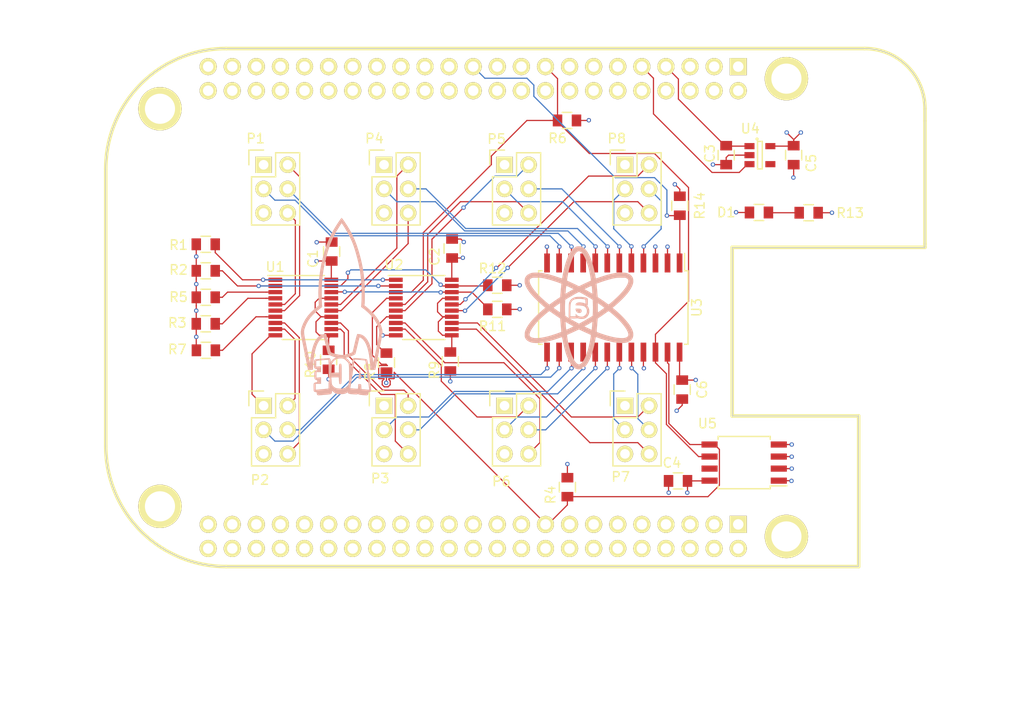
<source format=kicad_pcb>
(kicad_pcb (version 4) (host pcbnew 4.0.0-rc1-stable)
  (layers (0 front.Cu signal) (1 3v3.Cu signal) (2 gnd.Cu signal) (31 back.Cu signal) (34 B.Paste user) (35 F.Paste user) (36 B.SilkS user) (37 F.SilkS user) (38 B.Mask user) (39 F.Mask user) (44 Edge.Cuts user))
  (net 0 "")
  (net 1 +3V3)
  (net 2 GND)
  (net 3 +5V)
  (net 4 "Net-(D1-Pad2)")
  (net 5 /CON1_I2C_SDA)
  (net 6 /CON1_GPIO_0)
  (net 7 /CON1_GPIO_1)
  (net 8 /CON1_I2C_SCL)
  (net 9 /CON2_I2C_SDA)
  (net 10 /CON2_GPIO_1)
  (net 11 /CON2_GPIO_0)
  (net 12 /CON2_I2C_SCL)
  (net 13 /CON3_I2C_SDA)
  (net 14 /CON3_GPIO_0)
  (net 15 /CON3_GPIO_1)
  (net 16 /CON3_I2C_SCL)
  (net 17 /CON4_I2C_SDA)
  (net 18 /CON4_GPIO_0)
  (net 19 /CON4_GPIO_1)
  (net 20 /CON4_I2C_SCL)
  (net 21 /CON5_I2C_SDA)
  (net 22 /CON5_GPIO_0)
  (net 23 /CON5_GPIO_1)
  (net 24 /CON5_I2C_SCL)
  (net 25 /CON6_I2C_SDA)
  (net 26 /CON6_GPIO_0)
  (net 27 /CON6_GPIO_1)
  (net 28 /CON6_I2C_SCL)
  (net 29 /CON7_I2C_SDA)
  (net 30 /CON7_GPIO_0)
  (net 31 /CON7_GPIO_1)
  (net 32 /CON7_I2C_SCL)
  (net 33 /CON8_I2C_SDA)
  (net 34 /CON8_GPIO_0)
  (net 35 /CON8_GPIO_1)
  (net 36 /CON8_I2C_SCL)
  (net 37 /EXPSCL1)
  (net 38 /EXPSCL2)
  (net 39 "Net-(R3-Pad2)")
  (net 40 /I2C1_SDA)
  (net 41 "Net-(R5-Pad2)")
  (net 42 /I2C1_SCL)
  (net 43 /HUB1_PULLUP1)
  (net 44 /HUB2_PULLUP1)
  (net 45 /HUB2_PULLUP2)
  (net 46 /HUB1_PULLUP2)
  (net 47 /EXPSDA1)
  (net 48 /EXPSDA2)
  (net 49 /~GPIOS_INT)
  (net 50 /~SYS_RESET)
  (net 51 "Net-(U4-Pad4)")
  (net 52 "Net-(U5-Pad7)")
  (net 53 "Net-(U6-PadC3)")
  (net 54 "Net-(U6-PadC4)")
  (net 55 "Net-(U6-PadC5)")
  (net 56 "Net-(U6-PadC6)")
  (net 57 "Net-(U6-PadC8)")
  (net 58 "Net-(U6-PadC10)")
  (net 59 "Net-(U6-PadC11)")
  (net 60 "Net-(U6-PadC12)")
  (net 61 "Net-(U6-PadC13)")
  (net 62 "Net-(U6-PadC14)")
  (net 63 "Net-(U6-PadC15)")
  (net 64 "Net-(U6-PadC16)")
  (net 65 "Net-(U6-PadC18)")
  (net 66 /I2C2_SCL)
  (net 67 "Net-(U6-PadC20)")
  (net 68 "Net-(U6-PadC21)")
  (net 69 "Net-(U6-PadC22)")
  (net 70 "Net-(U6-PadC24)")
  (net 71 "Net-(U6-PadC25)")
  (net 72 "Net-(U6-PadC26)")
  (net 73 /~GPIOS_RESET)
  (net 74 "Net-(U6-PadC28)")
  (net 75 "Net-(U6-PadC29)")
  (net 76 "Net-(U6-PadC30)")
  (net 77 "Net-(U6-PadC31)")
  (net 78 "Net-(U6-PadC32)")
  (net 79 "Net-(U6-PadC33)")
  (net 80 "Net-(U6-PadC34)")
  (net 81 "Net-(U6-PadC35)")
  (net 82 "Net-(U6-PadC36)")
  (net 83 "Net-(U6-PadC37)")
  (net 84 "Net-(U6-PadC38)")
  (net 85 "Net-(U6-PadC39)")
  (net 86 "Net-(U6-PadC40)")
  (net 87 "Net-(U6-PadC41)")
  (net 88 "Net-(U6-PadC42)")
  (net 89 "Net-(U6-PadC44)")
  (net 90 "Net-(U6-PadC46)")
  (net 91 "Net-(U6-PadB3)")
  (net 92 "Net-(U6-PadB4)")
  (net 93 "Net-(U6-PadB5)")
  (net 94 "Net-(U6-PadB6)")
  (net 95 "Net-(U6-PadB7)")
  (net 96 "Net-(U6-PadB8)")
  (net 97 "Net-(U6-PadB9)")
  (net 98 "Net-(U6-PadB10)")
  (net 99 "Net-(U6-PadB11)")
  (net 100 "Net-(U6-PadB12)")
  (net 101 "Net-(U6-PadB13)")
  (net 102 "Net-(U6-PadB14)")
  (net 103 "Net-(U6-PadB15)")
  (net 104 "Net-(U6-PadB16)")
  (net 105 "Net-(U6-PadB18)")
  (net 106 /I2C2_SDA)
  (net 107 "Net-(U6-PadB20)")
  (net 108 "Net-(U6-PadB21)")
  (net 109 "Net-(U6-PadB22)")
  (net 110 "Net-(U6-PadB23)")
  (net 111 "Net-(U6-PadB24)")
  (net 112 "Net-(U6-PadB25)")
  (net 113 "Net-(U6-PadB26)")
  (net 114 "Net-(U6-PadB27)")
  (net 115 "Net-(U6-PadB28)")
  (net 116 "Net-(U6-PadB29)")
  (net 117 "Net-(U6-PadB30)")
  (net 118 "Net-(U6-PadB31)")
  (net 119 "Net-(U6-PadB32)")
  (net 120 "Net-(U6-PadB33)")
  (net 121 "Net-(U6-PadB34)")
  (net 122 "Net-(U6-PadB35)")
  (net 123 "Net-(U6-PadB36)")
  (net 124 "Net-(U6-PadB37)")
  (net 125 "Net-(U6-PadB38)")
  (net 126 "Net-(U6-PadB39)")
  (net 127 "Net-(U6-PadB40)")
  (net 128 "Net-(U6-PadB41)")
  (net 129 "Net-(U6-PadB42)")
  (net 130 "Net-(U6-PadB44)")
  (net 131 "Net-(U6-PadB46)")
  (module Pin_Headers:Pin_Header_Straight_2x03 (layer front.Cu) (at 134.62 96.52)
    (fp_text reference P3 (at -0.4064 7.6708) (layer F.SilkS))
    (fp_text value PORT3)
    (pad 1 thru_hole rect (at 0 0) (size 1.7272 1.7272) (drill 1.016) (layers *.Cu *.Mask F.SilkS) (net 2 GND))
    (pad 2 thru_hole oval (at 2.54 0) (size 1.7272 1.7272) (drill 1.016) (layers *.Cu *.Mask F.SilkS) (net 13 /CON3_I2C_SDA))
    (pad 3 thru_hole oval (at 0 2.54) (size 1.7272 1.7272) (drill 1.016) (layers *.Cu *.Mask F.SilkS) (net 14 /CON3_GPIO_0))
    (pad 4 thru_hole oval (at 2.54 2.54) (size 1.7272 1.7272) (drill 1.016) (layers *.Cu *.Mask F.SilkS) (net 15 /CON3_GPIO_1))
    (pad 5 thru_hole oval (at 0 5.08) (size 1.7272 1.7272) (drill 1.016) (layers *.Cu *.Mask F.SilkS) (net 1 +3V3))
    (pad 6 thru_hole oval (at 2.54 5.08) (size 1.7272 1.7272) (drill 1.016) (layers *.Cu *.Mask F.SilkS) (net 16 /CON3_I2C_SCL))
  )
  (module Pin_Headers:Pin_Header_Straight_2x03 (layer front.Cu) (at 121.92 96.52)
    (fp_text reference P2 (at -0.381 7.8232) (layer F.SilkS))
    (fp_text value PORT2)
    (pad 1 thru_hole rect (at 0 0) (size 1.7272 1.7272) (drill 1.016) (layers *.Cu *.Mask F.SilkS) (net 2 GND))
    (pad 2 thru_hole oval (at 2.54 0) (size 1.7272 1.7272) (drill 1.016) (layers *.Cu *.Mask F.SilkS) (net 9 /CON2_I2C_SDA))
    (pad 3 thru_hole oval (at 0 2.54) (size 1.7272 1.7272) (drill 1.016) (layers *.Cu *.Mask F.SilkS) (net 10 /CON2_GPIO_1))
    (pad 4 thru_hole oval (at 2.54 2.54) (size 1.7272 1.7272) (drill 1.016) (layers *.Cu *.Mask F.SilkS) (net 11 /CON2_GPIO_0))
    (pad 5 thru_hole oval (at 0 5.08) (size 1.7272 1.7272) (drill 1.016) (layers *.Cu *.Mask F.SilkS) (net 1 +3V3))
    (pad 6 thru_hole oval (at 2.54 5.08) (size 1.7272 1.7272) (drill 1.016) (layers *.Cu *.Mask F.SilkS) (net 12 /CON2_I2C_SCL))
  )
  (module Pin_Headers:Pin_Header_Straight_2x03 (layer front.Cu) (at 134.62 71.12)
    (fp_text reference P4 (at -1.016 -2.7686) (layer F.SilkS))
    (fp_text value PORT4)
    (pad 1 thru_hole rect (at 0 0) (size 1.7272 1.7272) (drill 1.016) (layers *.Cu *.Mask F.SilkS) (net 2 GND))
    (pad 2 thru_hole oval (at 2.54 0) (size 1.7272 1.7272) (drill 1.016) (layers *.Cu *.Mask F.SilkS) (net 17 /CON4_I2C_SDA))
    (pad 3 thru_hole oval (at 0 2.54) (size 1.7272 1.7272) (drill 1.016) (layers *.Cu *.Mask F.SilkS) (net 18 /CON4_GPIO_0))
    (pad 4 thru_hole oval (at 2.54 2.54) (size 1.7272 1.7272) (drill 1.016) (layers *.Cu *.Mask F.SilkS) (net 19 /CON4_GPIO_1))
    (pad 5 thru_hole oval (at 0 5.08) (size 1.7272 1.7272) (drill 1.016) (layers *.Cu *.Mask F.SilkS) (net 1 +3V3))
    (pad 6 thru_hole oval (at 2.54 5.08) (size 1.7272 1.7272) (drill 1.016) (layers *.Cu *.Mask F.SilkS) (net 20 /CON4_I2C_SCL))
  )
  (module Capacitors_SMD:C_0805 (layer front.Cu) (at 129.0955 80.264 90)
    (fp_text reference C1 (at -0.762 -1.9685 90) (layer F.SilkS))
    (fp_text value 100nF)
    (pad 1 smd rect (at -1 0 90) (size 1 1.25) (layers front.Cu F.Paste F.Mask) (net 1 +3V3))
    (pad 2 smd rect (at 1 0 90) (size 1 1.25) (layers front.Cu F.Paste F.Mask) (net 2 GND))
  )
  (module Capacitors_SMD:C_0805 (layer front.Cu) (at 141.7955 79.9465 90)
    (fp_text reference C2 (at -0.8509 -1.8415 90) (layer F.SilkS))
    (fp_text value 100nF)
    (pad 1 smd rect (at -1 0 90) (size 1 1.25) (layers front.Cu F.Paste F.Mask) (net 1 +3V3))
    (pad 2 smd rect (at 1 0 90) (size 1 1.25) (layers front.Cu F.Paste F.Mask) (net 2 GND))
  )
  (module Capacitors_SMD:C_0805 (layer front.Cu) (at 170.688 70.104 270)
    (fp_text reference C3 (at -0.1778 1.7272 270) (layer F.SilkS))
    (fp_text value 1uF)
    (pad 1 smd rect (at -1 0 270) (size 1 1.25) (layers front.Cu F.Paste F.Mask) (net 3 +5V))
    (pad 2 smd rect (at 1 0 270) (size 1 1.25) (layers front.Cu F.Paste F.Mask) (net 2 GND))
  )
  (module Capacitors_SMD:C_0805 (layer front.Cu) (at 165.6113 104.4448 180)
    (fp_text reference C4 (at 0.6444 1.905 180) (layer F.SilkS))
    (fp_text value 100nF)
    (pad 1 smd rect (at -1 0 180) (size 1 1.25) (layers front.Cu F.Paste F.Mask) (net 1 +3V3))
    (pad 2 smd rect (at 1 0 180) (size 1 1.25) (layers front.Cu F.Paste F.Mask) (net 2 GND))
  )
  (module Capacitors_SMD:C_0805 (layer front.Cu) (at 177.8 70.104 270)
    (fp_text reference C5 (at 0.8382 -1.8542 270) (layer F.SilkS))
    (fp_text value 1uF)
    (pad 1 smd rect (at -1 0 270) (size 1 1.25) (layers front.Cu F.Paste F.Mask) (net 1 +3V3))
    (pad 2 smd rect (at 1 0 270) (size 1 1.25) (layers front.Cu F.Paste F.Mask) (net 2 GND))
  )
  (module Capacitors_SMD:C_0805 (layer front.Cu) (at 166.0525 94.8182 270)
    (fp_text reference C6 (at 0 -2.1 270) (layer F.SilkS))
    (fp_text value 100nF)
    (pad 1 smd rect (at -1 0 270) (size 1 1.25) (layers front.Cu F.Paste F.Mask) (net 1 +3V3))
    (pad 2 smd rect (at 1 0 270) (size 1 1.25) (layers front.Cu F.Paste F.Mask) (net 2 GND))
  )
  (module Capacitors_SMD:C_0805 (layer front.Cu) (at 174.1424 76.1492)
    (fp_text reference D1 (at -3.4544 -0.0127) (layer F.SilkS))
    (fp_text value Led_Small)
    (pad 1 smd rect (at -1 0) (size 1 1.25) (layers front.Cu F.Paste F.Mask) (net 2 GND))
    (pad 2 smd rect (at 1 0) (size 1 1.25) (layers front.Cu F.Paste F.Mask) (net 4 "Net-(D1-Pad2)"))
  )
  (module Pin_Headers:Pin_Header_Straight_2x03 (layer front.Cu) (at 121.92 71.12)
    (fp_text reference P1 (at -0.8382 -2.7686) (layer F.SilkS))
    (fp_text value PORT1)
    (pad 1 thru_hole rect (at 0 0) (size 1.7272 1.7272) (drill 1.016) (layers *.Cu *.Mask F.SilkS) (net 2 GND))
    (pad 2 thru_hole oval (at 2.54 0) (size 1.7272 1.7272) (drill 1.016) (layers *.Cu *.Mask F.SilkS) (net 5 /CON1_I2C_SDA))
    (pad 3 thru_hole oval (at 0 2.54) (size 1.7272 1.7272) (drill 1.016) (layers *.Cu *.Mask F.SilkS) (net 6 /CON1_GPIO_0))
    (pad 4 thru_hole oval (at 2.54 2.54) (size 1.7272 1.7272) (drill 1.016) (layers *.Cu *.Mask F.SilkS) (net 7 /CON1_GPIO_1))
    (pad 5 thru_hole oval (at 0 5.08) (size 1.7272 1.7272) (drill 1.016) (layers *.Cu *.Mask F.SilkS) (net 1 +3V3))
    (pad 6 thru_hole oval (at 2.54 5.08) (size 1.7272 1.7272) (drill 1.016) (layers *.Cu *.Mask F.SilkS) (net 8 /CON1_I2C_SCL))
  )
  (module Pin_Headers:Pin_Header_Straight_2x03 (layer front.Cu) (at 147.32 71.12)
    (fp_text reference P5 (at -0.8382 -2.7178) (layer F.SilkS))
    (fp_text value PORT5)
    (pad 1 thru_hole rect (at 0 0) (size 1.7272 1.7272) (drill 1.016) (layers *.Cu *.Mask F.SilkS) (net 2 GND))
    (pad 2 thru_hole oval (at 2.54 0) (size 1.7272 1.7272) (drill 1.016) (layers *.Cu *.Mask F.SilkS) (net 21 /CON5_I2C_SDA))
    (pad 3 thru_hole oval (at 0 2.54) (size 1.7272 1.7272) (drill 1.016) (layers *.Cu *.Mask F.SilkS) (net 22 /CON5_GPIO_0))
    (pad 4 thru_hole oval (at 2.54 2.54) (size 1.7272 1.7272) (drill 1.016) (layers *.Cu *.Mask F.SilkS) (net 23 /CON5_GPIO_1))
    (pad 5 thru_hole oval (at 0 5.08) (size 1.7272 1.7272) (drill 1.016) (layers *.Cu *.Mask F.SilkS) (net 1 +3V3))
    (pad 6 thru_hole oval (at 2.54 5.08) (size 1.7272 1.7272) (drill 1.016) (layers *.Cu *.Mask F.SilkS) (net 24 /CON5_I2C_SCL))
  )
  (module Pin_Headers:Pin_Header_Straight_2x03 (layer front.Cu) (at 147.32 96.52)
    (fp_text reference P6 (at -0.3302 7.9756) (layer F.SilkS))
    (fp_text value PORT6)
    (pad 1 thru_hole rect (at 0 0) (size 1.7272 1.7272) (drill 1.016) (layers *.Cu *.Mask F.SilkS) (net 2 GND))
    (pad 2 thru_hole oval (at 2.54 0) (size 1.7272 1.7272) (drill 1.016) (layers *.Cu *.Mask F.SilkS) (net 25 /CON6_I2C_SDA))
    (pad 3 thru_hole oval (at 0 2.54) (size 1.7272 1.7272) (drill 1.016) (layers *.Cu *.Mask F.SilkS) (net 26 /CON6_GPIO_0))
    (pad 4 thru_hole oval (at 2.54 2.54) (size 1.7272 1.7272) (drill 1.016) (layers *.Cu *.Mask F.SilkS) (net 27 /CON6_GPIO_1))
    (pad 5 thru_hole oval (at 0 5.08) (size 1.7272 1.7272) (drill 1.016) (layers *.Cu *.Mask F.SilkS) (net 1 +3V3))
    (pad 6 thru_hole oval (at 2.54 5.08) (size 1.7272 1.7272) (drill 1.016) (layers *.Cu *.Mask F.SilkS) (net 28 /CON6_I2C_SCL))
  )
  (module Pin_Headers:Pin_Header_Straight_2x03 (layer front.Cu) (at 160.02 96.52)
    (fp_text reference P7 (at -0.4572 7.493) (layer F.SilkS))
    (fp_text value PORT7)
    (pad 1 thru_hole rect (at 0 0) (size 1.7272 1.7272) (drill 1.016) (layers *.Cu *.Mask F.SilkS) (net 2 GND))
    (pad 2 thru_hole oval (at 2.54 0) (size 1.7272 1.7272) (drill 1.016) (layers *.Cu *.Mask F.SilkS) (net 29 /CON7_I2C_SDA))
    (pad 3 thru_hole oval (at 0 2.54) (size 1.7272 1.7272) (drill 1.016) (layers *.Cu *.Mask F.SilkS) (net 30 /CON7_GPIO_0))
    (pad 4 thru_hole oval (at 2.54 2.54) (size 1.7272 1.7272) (drill 1.016) (layers *.Cu *.Mask F.SilkS) (net 31 /CON7_GPIO_1))
    (pad 5 thru_hole oval (at 0 5.08) (size 1.7272 1.7272) (drill 1.016) (layers *.Cu *.Mask F.SilkS) (net 1 +3V3))
    (pad 6 thru_hole oval (at 2.54 5.08) (size 1.7272 1.7272) (drill 1.016) (layers *.Cu *.Mask F.SilkS) (net 32 /CON7_I2C_SCL))
  )
  (module Pin_Headers:Pin_Header_Straight_2x03 (layer front.Cu) (at 160.02 71.12)
    (fp_text reference P8 (at -0.8636 -2.7686) (layer F.SilkS))
    (fp_text value PORT8)
    (pad 1 thru_hole rect (at 0 0) (size 1.7272 1.7272) (drill 1.016) (layers *.Cu *.Mask F.SilkS) (net 2 GND))
    (pad 2 thru_hole oval (at 2.54 0) (size 1.7272 1.7272) (drill 1.016) (layers *.Cu *.Mask F.SilkS) (net 33 /CON8_I2C_SDA))
    (pad 3 thru_hole oval (at 0 2.54) (size 1.7272 1.7272) (drill 1.016) (layers *.Cu *.Mask F.SilkS) (net 34 /CON8_GPIO_0))
    (pad 4 thru_hole oval (at 2.54 2.54) (size 1.7272 1.7272) (drill 1.016) (layers *.Cu *.Mask F.SilkS) (net 35 /CON8_GPIO_1))
    (pad 5 thru_hole oval (at 0 5.08) (size 1.7272 1.7272) (drill 1.016) (layers *.Cu *.Mask F.SilkS) (net 1 +3V3))
    (pad 6 thru_hole oval (at 2.54 5.08) (size 1.7272 1.7272) (drill 1.016) (layers *.Cu *.Mask F.SilkS) (net 36 /CON8_I2C_SCL))
  )
  (module Capacitors_SMD:C_0805 (layer front.Cu) (at 115.824 79.502)
    (fp_text reference R1 (at -2.8702 0.0762) (layer F.SilkS))
    (fp_text value 1.8K)
    (pad 1 smd rect (at -1 0) (size 1 1.25) (layers front.Cu F.Paste F.Mask) (net 1 +3V3))
    (pad 2 smd rect (at 1 0) (size 1 1.25) (layers front.Cu F.Paste F.Mask) (net 37 /EXPSCL1))
  )
  (module Capacitors_SMD:C_0805 (layer front.Cu) (at 115.824 82.296)
    (fp_text reference R2 (at -2.8702 -0.1016) (layer F.SilkS))
    (fp_text value 1.8K)
    (pad 1 smd rect (at -1 0) (size 1 1.25) (layers front.Cu F.Paste F.Mask) (net 1 +3V3))
    (pad 2 smd rect (at 1 0) (size 1 1.25) (layers front.Cu F.Paste F.Mask) (net 38 /EXPSCL2))
  )
  (module Capacitors_SMD:C_0805 (layer front.Cu) (at 115.824 87.884)
    (fp_text reference R3 (at -2.9972 -0.1016) (layer F.SilkS))
    (fp_text value 1.8K)
    (pad 1 smd rect (at -1 0) (size 1 1.25) (layers front.Cu F.Paste F.Mask) (net 1 +3V3))
    (pad 2 smd rect (at 1 0) (size 1 1.25) (layers front.Cu F.Paste F.Mask) (net 39 "Net-(R3-Pad2)"))
  )
  (module Capacitors_SMD:C_0805 (layer front.Cu) (at 153.9494 105.1052 270)
    (fp_text reference R4 (at 0.8128 1.778 270) (layer F.SilkS))
    (fp_text value 1.8K)
    (pad 1 smd rect (at -1 0 270) (size 1 1.25) (layers front.Cu F.Paste F.Mask) (net 1 +3V3))
    (pad 2 smd rect (at 1 0 270) (size 1 1.25) (layers front.Cu F.Paste F.Mask) (net 40 /I2C1_SDA))
  )
  (module Capacitors_SMD:C_0805 (layer front.Cu) (at 115.824 85.09)
    (fp_text reference R5 (at -2.8702 -0.0254) (layer F.SilkS))
    (fp_text value 1.8K)
    (pad 1 smd rect (at -1 0) (size 1 1.25) (layers front.Cu F.Paste F.Mask) (net 1 +3V3))
    (pad 2 smd rect (at 1 0) (size 1 1.25) (layers front.Cu F.Paste F.Mask) (net 41 "Net-(R5-Pad2)"))
  )
  (module Capacitors_SMD:C_0805 (layer front.Cu) (at 153.908 66.4464 180)
    (fp_text reference R6 (at 1 -1.8796 180) (layer F.SilkS))
    (fp_text value 1.8K)
    (pad 1 smd rect (at -1 0 180) (size 1 1.25) (layers front.Cu F.Paste F.Mask) (net 1 +3V3))
    (pad 2 smd rect (at 1 0 180) (size 1 1.25) (layers front.Cu F.Paste F.Mask) (net 42 /I2C1_SCL))
  )
  (module Capacitors_SMD:C_0805 (layer front.Cu) (at 115.84 90.678)
    (fp_text reference R7 (at -3.0132 -0.1016) (layer F.SilkS))
    (fp_text value 100K)
    (pad 1 smd rect (at -1 0) (size 1 1.25) (layers front.Cu F.Paste F.Mask) (net 1 +3V3))
    (pad 2 smd rect (at 1 0) (size 1 1.25) (layers front.Cu F.Paste F.Mask) (net 43 /HUB1_PULLUP1))
  )
  (module Capacitors_SMD:C_0805 (layer front.Cu) (at 134.874 91.9734 90)
    (fp_text reference R8 (at -0.9398 -1.7272 90) (layer F.SilkS))
    (fp_text value 100K)
    (pad 1 smd rect (at -1 0 90) (size 1 1.25) (layers front.Cu F.Paste F.Mask) (net 1 +3V3))
    (pad 2 smd rect (at 1 0 90) (size 1 1.25) (layers front.Cu F.Paste F.Mask) (net 44 /HUB2_PULLUP1))
  )
  (module Capacitors_SMD:C_0805 (layer front.Cu) (at 141.605 91.8558 90)
    (fp_text reference R9 (at -0.905 -1.6764 90) (layer F.SilkS))
    (fp_text value 100K)
    (pad 1 smd rect (at -1 0 90) (size 1 1.25) (layers front.Cu F.Paste F.Mask) (net 1 +3V3))
    (pad 2 smd rect (at 1 0 90) (size 1 1.25) (layers front.Cu F.Paste F.Mask) (net 45 /HUB2_PULLUP2))
  )
  (module Capacitors_SMD:C_0805 (layer front.Cu) (at 128.778 91.678 90)
    (fp_text reference R10 (at -0.4986 -1.905 90) (layer F.SilkS))
    (fp_text value 100K)
    (pad 1 smd rect (at -1 0 90) (size 1 1.25) (layers front.Cu F.Paste F.Mask) (net 1 +3V3))
    (pad 2 smd rect (at 1 0 90) (size 1 1.25) (layers front.Cu F.Paste F.Mask) (net 46 /HUB1_PULLUP2))
  )
  (module Capacitors_SMD:C_0805 (layer front.Cu) (at 146.558 86.36 180)
    (fp_text reference R11 (at 0.508 -1.778 180) (layer F.SilkS))
    (fp_text value 1.8K)
    (pad 1 smd rect (at -1 0 180) (size 1 1.25) (layers front.Cu F.Paste F.Mask) (net 1 +3V3))
    (pad 2 smd rect (at 1 0 180) (size 1 1.25) (layers front.Cu F.Paste F.Mask) (net 47 /EXPSDA1))
  )
  (module Capacitors_SMD:C_0805 (layer front.Cu) (at 146.558 83.82 180)
    (fp_text reference R12 (at 0.508 1.778 180) (layer F.SilkS))
    (fp_text value 1.8K)
    (pad 1 smd rect (at -1 0 180) (size 1 1.25) (layers front.Cu F.Paste F.Mask) (net 1 +3V3))
    (pad 2 smd rect (at 1 0 180) (size 1 1.25) (layers front.Cu F.Paste F.Mask) (net 48 /EXPSDA2))
  )
  (module Capacitors_SMD:C_0805 (layer front.Cu) (at 179.3842 76.1746 180)
    (fp_text reference R13 (at -4.3721 -0.0254 180) (layer F.SilkS))
    (fp_text value 220)
    (pad 1 smd rect (at -1 0 180) (size 1 1.25) (layers front.Cu F.Paste F.Mask) (net 1 +3V3))
    (pad 2 smd rect (at 1 0 180) (size 1 1.25) (layers front.Cu F.Paste F.Mask) (net 4 "Net-(D1-Pad2)"))
  )
  (module Capacitors_SMD:C_0805 (layer front.Cu) (at 165.7985 75.438 270)
    (fp_text reference R14 (at 0 -2.1 270) (layer F.SilkS))
    (fp_text value 100K)
    (pad 1 smd rect (at -1 0 270) (size 1 1.25) (layers front.Cu F.Paste F.Mask) (net 1 +3V3))
    (pad 2 smd rect (at 1 0 270) (size 1 1.25) (layers front.Cu F.Paste F.Mask) (net 49 /~GPIOS_INT))
  )
  (module Housings_SSOP:TSSOP-20_4.4x6.5mm_Pitch0.65mm (layer front.Cu) (at 126.111 86.1695)
    (fp_text reference U1 (at -2.9718 -4.2799) (layer F.SilkS))
    (fp_text value PCA9518)
    (pad 1 smd rect (at -2.95 -2.925) (size 1.45 0.45) (layers front.Cu F.Paste F.Mask) (net 37 /EXPSCL1))
    (pad 2 smd rect (at -2.95 -2.275) (size 1.45 0.45) (layers front.Cu F.Paste F.Mask) (net 38 /EXPSCL2))
    (pad 3 smd rect (at -2.95 -1.625) (size 1.45 0.45) (layers front.Cu F.Paste F.Mask) (net 41 "Net-(R5-Pad2)"))
    (pad 4 smd rect (at -2.95 -0.975) (size 1.45 0.45) (layers front.Cu F.Paste F.Mask) (net 39 "Net-(R3-Pad2)"))
    (pad 5 smd rect (at -2.95 -0.325) (size 1.45 0.45) (layers front.Cu F.Paste F.Mask) (net 8 /CON1_I2C_SCL))
    (pad 6 smd rect (at -2.95 0.325) (size 1.45 0.45) (layers front.Cu F.Paste F.Mask) (net 5 /CON1_I2C_SDA))
    (pad 7 smd rect (at -2.95 0.975) (size 1.45 0.45) (layers front.Cu F.Paste F.Mask) (net 43 /HUB1_PULLUP1))
    (pad 8 smd rect (at -2.95 1.625) (size 1.45 0.45) (layers front.Cu F.Paste F.Mask) (net 12 /CON2_I2C_SCL))
    (pad 9 smd rect (at -2.95 2.275) (size 1.45 0.45) (layers front.Cu F.Paste F.Mask) (net 9 /CON2_I2C_SDA))
    (pad 10 smd rect (at -2.95 2.925) (size 1.45 0.45) (layers front.Cu F.Paste F.Mask) (net 2 GND))
    (pad 11 smd rect (at 2.95 2.925) (size 1.45 0.45) (layers front.Cu F.Paste F.Mask) (net 46 /HUB1_PULLUP2))
    (pad 12 smd rect (at 2.95 2.275) (size 1.45 0.45) (layers front.Cu F.Paste F.Mask) (net 16 /CON3_I2C_SCL))
    (pad 13 smd rect (at 2.95 1.625) (size 1.45 0.45) (layers front.Cu F.Paste F.Mask) (net 13 /CON3_I2C_SDA))
    (pad 14 smd rect (at 2.95 0.975) (size 1.45 0.45) (layers front.Cu F.Paste F.Mask) (net 46 /HUB1_PULLUP2))
    (pad 15 smd rect (at 2.95 0.325) (size 1.45 0.45) (layers front.Cu F.Paste F.Mask) (net 20 /CON4_I2C_SCL))
    (pad 16 smd rect (at 2.95 -0.325) (size 1.45 0.45) (layers front.Cu F.Paste F.Mask) (net 17 /CON4_I2C_SDA))
    (pad 17 smd rect (at 2.95 -0.975) (size 1.45 0.45) (layers front.Cu F.Paste F.Mask) (net 46 /HUB1_PULLUP2))
    (pad 18 smd rect (at 2.95 -1.625) (size 1.45 0.45) (layers front.Cu F.Paste F.Mask) (net 47 /EXPSDA1))
    (pad 19 smd rect (at 2.95 -2.275) (size 1.45 0.45) (layers front.Cu F.Paste F.Mask) (net 48 /EXPSDA2))
    (pad 20 smd rect (at 2.95 -2.925) (size 1.45 0.45) (layers front.Cu F.Paste F.Mask) (net 1 +3V3))
  )
  (module Housings_SSOP:TSSOP-20_4.4x6.5mm_Pitch0.65mm (layer front.Cu) (at 138.811 86.1695)
    (fp_text reference U2 (at -3.1496 -4.5085) (layer F.SilkS))
    (fp_text value PCA9518)
    (pad 1 smd rect (at -2.95 -2.925) (size 1.45 0.45) (layers front.Cu F.Paste F.Mask) (net 37 /EXPSCL1))
    (pad 2 smd rect (at -2.95 -2.275) (size 1.45 0.45) (layers front.Cu F.Paste F.Mask) (net 38 /EXPSCL2))
    (pad 3 smd rect (at -2.95 -1.625) (size 1.45 0.45) (layers front.Cu F.Paste F.Mask) (net 42 /I2C1_SCL))
    (pad 4 smd rect (at -2.95 -0.975) (size 1.45 0.45) (layers front.Cu F.Paste F.Mask) (net 40 /I2C1_SDA))
    (pad 5 smd rect (at -2.95 -0.325) (size 1.45 0.45) (layers front.Cu F.Paste F.Mask) (net 24 /CON5_I2C_SCL))
    (pad 6 smd rect (at -2.95 0.325) (size 1.45 0.45) (layers front.Cu F.Paste F.Mask) (net 21 /CON5_I2C_SDA))
    (pad 7 smd rect (at -2.95 0.975) (size 1.45 0.45) (layers front.Cu F.Paste F.Mask) (net 44 /HUB2_PULLUP1))
    (pad 8 smd rect (at -2.95 1.625) (size 1.45 0.45) (layers front.Cu F.Paste F.Mask) (net 28 /CON6_I2C_SCL))
    (pad 9 smd rect (at -2.95 2.275) (size 1.45 0.45) (layers front.Cu F.Paste F.Mask) (net 25 /CON6_I2C_SDA))
    (pad 10 smd rect (at -2.95 2.925) (size 1.45 0.45) (layers front.Cu F.Paste F.Mask) (net 2 GND))
    (pad 11 smd rect (at 2.95 2.925) (size 1.45 0.45) (layers front.Cu F.Paste F.Mask) (net 45 /HUB2_PULLUP2))
    (pad 12 smd rect (at 2.95 2.275) (size 1.45 0.45) (layers front.Cu F.Paste F.Mask) (net 32 /CON7_I2C_SCL))
    (pad 13 smd rect (at 2.95 1.625) (size 1.45 0.45) (layers front.Cu F.Paste F.Mask) (net 29 /CON7_I2C_SDA))
    (pad 14 smd rect (at 2.95 0.975) (size 1.45 0.45) (layers front.Cu F.Paste F.Mask) (net 45 /HUB2_PULLUP2))
    (pad 15 smd rect (at 2.95 0.325) (size 1.45 0.45) (layers front.Cu F.Paste F.Mask) (net 36 /CON8_I2C_SCL))
    (pad 16 smd rect (at 2.95 -0.325) (size 1.45 0.45) (layers front.Cu F.Paste F.Mask) (net 33 /CON8_I2C_SDA))
    (pad 17 smd rect (at 2.95 -0.975) (size 1.45 0.45) (layers front.Cu F.Paste F.Mask) (net 45 /HUB2_PULLUP2))
    (pad 18 smd rect (at 2.95 -1.625) (size 1.45 0.45) (layers front.Cu F.Paste F.Mask) (net 47 /EXPSDA1))
    (pad 19 smd rect (at 2.95 -2.275) (size 1.45 0.45) (layers front.Cu F.Paste F.Mask) (net 48 /EXPSDA2))
    (pad 20 smd rect (at 2.95 -2.925) (size 1.45 0.45) (layers front.Cu F.Paste F.Mask) (net 1 +3V3))
  )
  (module Housings_SOT-23_SOT-143_TSOT-6:SOT-23-5 (layer front.Cu) (at 174.244 70.104)
    (fp_text reference U4 (at -1.016 -2.794) (layer F.SilkS))
    (fp_text value LP5907)
    (pad 1 smd rect (at -1.1 -0.95) (size 1.06 0.65) (layers front.Cu F.Paste F.Mask) (net 3 +5V))
    (pad 2 smd rect (at -1.1 0) (size 1.06 0.65) (layers front.Cu F.Paste F.Mask) (net 2 GND))
    (pad 3 smd rect (at -1.1 0.95) (size 1.06 0.65) (layers front.Cu F.Paste F.Mask) (net 50 /~SYS_RESET))
    (pad 4 smd rect (at 1.1 0.95) (size 1.06 0.65) (layers front.Cu F.Paste F.Mask) (net 51 "Net-(U4-Pad4)"))
    (pad 5 smd rect (at 1.1 -0.95) (size 1.06 0.65) (layers front.Cu F.Paste F.Mask) (net 1 +3V3))
  )
  (module Housings_SOIC:SOIJ-8_5.3x5.3mm_Pitch1.27mm (layer front.Cu) (at 172.5854 102.5144 180)
    (fp_text reference U5 (at 3.8786 4.1148 180) (layer F.SilkS))
    (fp_text value CAT24C256)
    (pad 1 smd rect (at -3.65 -1.905 180) (size 1.7 0.65) (layers front.Cu F.Paste F.Mask) (net 2 GND))
    (pad 2 smd rect (at -3.65 -0.635 180) (size 1.7 0.65) (layers front.Cu F.Paste F.Mask) (net 2 GND))
    (pad 3 smd rect (at -3.65 0.635 180) (size 1.7 0.65) (layers front.Cu F.Paste F.Mask) (net 1 +3V3))
    (pad 4 smd rect (at -3.65 1.905 180) (size 1.7 0.65) (layers front.Cu F.Paste F.Mask) (net 2 GND))
    (pad 5 smd rect (at 3.65 1.905 180) (size 1.7 0.65) (layers front.Cu F.Paste F.Mask) (net 40 /I2C1_SDA))
    (pad 6 smd rect (at 3.65 0.635 180) (size 1.7 0.65) (layers front.Cu F.Paste F.Mask) (net 42 /I2C1_SCL))
    (pad 7 smd rect (at 3.65 -0.635 180) (size 1.7 0.65) (layers front.Cu F.Paste F.Mask) (net 52 "Net-(U5-Pad7)"))
    (pad 8 smd rect (at 3.65 -1.905 180) (size 1.7 0.65) (layers front.Cu F.Paste F.Mask) (net 1 +3V3))
  )
  (module bbb:BEAGLEBONEBLACK (layer front.Cu) (at 148.463 86.1695)
    (fp_text reference U6 hide)
    (fp_text value BEAGLEBONEBLACK hide)
    (pad M1 thru_hole circle (at -37.465 -20.955) (size 4.572 4.572) (drill 3.175) (layers *.Cu *.Mask F.SilkS))
    (pad M2 thru_hole circle (at 28.575 -24.13) (size 4.572 4.572) (drill 3.175) (layers *.Cu *.Mask F.SilkS))
    (pad M3 thru_hole circle (at 28.575 24.13) (size 4.572 4.572) (drill 3.175) (layers *.Cu *.Mask F.SilkS))
    (pad M4 thru_hole circle (at -37.465 20.955) (size 4.572 4.572) (drill 3.175) (layers *.Cu *.Mask F.SilkS))
    (pad C1 thru_hole rect (at 23.495 -25.4) (size 1.8 1.8) (drill 1.1) (layers *.Cu *.Mask F.SilkS) (net 2 GND))
    (pad C2 thru_hole circle (at 23.495 -22.86) (size 1.8 1.8) (drill 1.1) (layers *.Cu *.Mask F.SilkS) (net 2 GND))
    (pad C3 thru_hole circle (at 20.955 -25.4) (size 1.8 1.8) (drill 1.1) (layers *.Cu *.Mask F.SilkS) (net 53 "Net-(U6-PadC3)"))
    (pad C4 thru_hole circle (at 20.955 -22.86) (size 1.8 1.8) (drill 1.1) (layers *.Cu *.Mask F.SilkS) (net 54 "Net-(U6-PadC4)"))
    (pad C5 thru_hole circle (at 18.415 -25.4) (size 1.8 1.8) (drill 1.1) (layers *.Cu *.Mask F.SilkS) (net 55 "Net-(U6-PadC5)"))
    (pad C6 thru_hole circle (at 18.415 -22.86) (size 1.8 1.8) (drill 1.1) (layers *.Cu *.Mask F.SilkS) (net 56 "Net-(U6-PadC6)"))
    (pad C7 thru_hole circle (at 15.875 -25.4) (size 1.8 1.8) (drill 1.1) (layers *.Cu *.Mask F.SilkS) (net 3 +5V))
    (pad C8 thru_hole circle (at 15.875 -22.86) (size 1.8 1.8) (drill 1.1) (layers *.Cu *.Mask F.SilkS) (net 57 "Net-(U6-PadC8)"))
    (pad C9 thru_hole circle (at 13.335 -25.4) (size 1.8 1.8) (drill 1.1) (layers *.Cu *.Mask F.SilkS) (net 50 /~SYS_RESET))
    (pad C10 thru_hole circle (at 13.335 -22.86) (size 1.8 1.8) (drill 1.1) (layers *.Cu *.Mask F.SilkS) (net 58 "Net-(U6-PadC10)"))
    (pad C11 thru_hole circle (at 10.795 -25.4) (size 1.8 1.8) (drill 1.1) (layers *.Cu *.Mask F.SilkS) (net 59 "Net-(U6-PadC11)"))
    (pad C12 thru_hole circle (at 10.795 -22.86) (size 1.8 1.8) (drill 1.1) (layers *.Cu *.Mask F.SilkS) (net 60 "Net-(U6-PadC12)"))
    (pad C13 thru_hole circle (at 8.255 -25.4) (size 1.8 1.8) (drill 1.1) (layers *.Cu *.Mask F.SilkS) (net 61 "Net-(U6-PadC13)"))
    (pad C14 thru_hole circle (at 8.255 -22.86) (size 1.8 1.8) (drill 1.1) (layers *.Cu *.Mask F.SilkS) (net 62 "Net-(U6-PadC14)"))
    (pad C15 thru_hole circle (at 5.715 -25.4) (size 1.8 1.8) (drill 1.1) (layers *.Cu *.Mask F.SilkS) (net 63 "Net-(U6-PadC15)"))
    (pad C16 thru_hole circle (at 5.715 -22.86) (size 1.8 1.8) (drill 1.1) (layers *.Cu *.Mask F.SilkS) (net 64 "Net-(U6-PadC16)"))
    (pad C17 thru_hole circle (at 3.175 -25.4) (size 1.8 1.8) (drill 1.1) (layers *.Cu *.Mask F.SilkS) (net 42 /I2C1_SCL))
    (pad C18 thru_hole circle (at 3.175 -22.86) (size 1.8 1.8) (drill 1.1) (layers *.Cu *.Mask F.SilkS) (net 65 "Net-(U6-PadC18)"))
    (pad C19 thru_hole circle (at 0.635 -25.4) (size 1.8 1.8) (drill 1.1) (layers *.Cu *.Mask F.SilkS) (net 66 /I2C2_SCL))
    (pad C20 thru_hole circle (at 0.635 -22.86) (size 1.8 1.8) (drill 1.1) (layers *.Cu *.Mask F.SilkS) (net 67 "Net-(U6-PadC20)"))
    (pad C21 thru_hole circle (at -1.905 -25.4) (size 1.8 1.8) (drill 1.1) (layers *.Cu *.Mask F.SilkS) (net 68 "Net-(U6-PadC21)"))
    (pad C22 thru_hole circle (at -1.905 -22.86) (size 1.8 1.8) (drill 1.1) (layers *.Cu *.Mask F.SilkS) (net 69 "Net-(U6-PadC22)"))
    (pad C23 thru_hole circle (at -4.445 -25.4) (size 1.8 1.8) (drill 1.1) (layers *.Cu *.Mask F.SilkS) (net 49 /~GPIOS_INT))
    (pad C24 thru_hole circle (at -4.445 -22.86) (size 1.8 1.8) (drill 1.1) (layers *.Cu *.Mask F.SilkS) (net 70 "Net-(U6-PadC24)"))
    (pad C25 thru_hole circle (at -6.985 -25.4) (size 1.8 1.8) (drill 1.1) (layers *.Cu *.Mask F.SilkS) (net 71 "Net-(U6-PadC25)"))
    (pad C26 thru_hole circle (at -6.985 -22.86) (size 1.8 1.8) (drill 1.1) (layers *.Cu *.Mask F.SilkS) (net 72 "Net-(U6-PadC26)"))
    (pad C27 thru_hole circle (at -9.525 -25.4) (size 1.8 1.8) (drill 1.1) (layers *.Cu *.Mask F.SilkS) (net 73 /~GPIOS_RESET))
    (pad C28 thru_hole circle (at -9.525 -22.86) (size 1.8 1.8) (drill 1.1) (layers *.Cu *.Mask F.SilkS) (net 74 "Net-(U6-PadC28)"))
    (pad C29 thru_hole circle (at -12.065 -25.4) (size 1.8 1.8) (drill 1.1) (layers *.Cu *.Mask F.SilkS) (net 75 "Net-(U6-PadC29)"))
    (pad C30 thru_hole circle (at -12.065 -22.86) (size 1.8 1.8) (drill 1.1) (layers *.Cu *.Mask F.SilkS) (net 76 "Net-(U6-PadC30)"))
    (pad C31 thru_hole circle (at -14.605 -25.4) (size 1.8 1.8) (drill 1.1) (layers *.Cu *.Mask F.SilkS) (net 77 "Net-(U6-PadC31)"))
    (pad C32 thru_hole circle (at -14.605 -22.86) (size 1.8 1.8) (drill 1.1) (layers *.Cu *.Mask F.SilkS) (net 78 "Net-(U6-PadC32)"))
    (pad C33 thru_hole circle (at -17.145 -25.4) (size 1.8 1.8) (drill 1.1) (layers *.Cu *.Mask F.SilkS) (net 79 "Net-(U6-PadC33)"))
    (pad C34 thru_hole circle (at -17.145 -22.86) (size 1.8 1.8) (drill 1.1) (layers *.Cu *.Mask F.SilkS) (net 80 "Net-(U6-PadC34)"))
    (pad C35 thru_hole circle (at -19.685 -25.4) (size 1.8 1.8) (drill 1.1) (layers *.Cu *.Mask F.SilkS) (net 81 "Net-(U6-PadC35)"))
    (pad C36 thru_hole circle (at -19.685 -22.86) (size 1.8 1.8) (drill 1.1) (layers *.Cu *.Mask F.SilkS) (net 82 "Net-(U6-PadC36)"))
    (pad C37 thru_hole circle (at -22.225 -25.4) (size 1.8 1.8) (drill 1.1) (layers *.Cu *.Mask F.SilkS) (net 83 "Net-(U6-PadC37)"))
    (pad C38 thru_hole circle (at -22.225 -22.86) (size 1.8 1.8) (drill 1.1) (layers *.Cu *.Mask F.SilkS) (net 84 "Net-(U6-PadC38)"))
    (pad C39 thru_hole circle (at -24.765 -25.4) (size 1.8 1.8) (drill 1.1) (layers *.Cu *.Mask F.SilkS) (net 85 "Net-(U6-PadC39)"))
    (pad C40 thru_hole circle (at -24.765 -22.86) (size 1.8 1.8) (drill 1.1) (layers *.Cu *.Mask F.SilkS) (net 86 "Net-(U6-PadC40)"))
    (pad C41 thru_hole circle (at -27.305 -25.4) (size 1.8 1.8) (drill 1.1) (layers *.Cu *.Mask F.SilkS) (net 87 "Net-(U6-PadC41)"))
    (pad C42 thru_hole circle (at -27.305 -22.86) (size 1.8 1.8) (drill 1.1) (layers *.Cu *.Mask F.SilkS) (net 88 "Net-(U6-PadC42)"))
    (pad C43 thru_hole circle (at -29.845 -25.4) (size 1.8 1.8) (drill 1.1) (layers *.Cu *.Mask F.SilkS) (net 2 GND))
    (pad C44 thru_hole circle (at -29.845 -22.86) (size 1.8 1.8) (drill 1.1) (layers *.Cu *.Mask F.SilkS) (net 89 "Net-(U6-PadC44)"))
    (pad C45 thru_hole circle (at -32.385 -25.4) (size 1.8 1.8) (drill 1.1) (layers *.Cu *.Mask F.SilkS) (net 2 GND))
    (pad C46 thru_hole circle (at -32.385 -22.86) (size 1.8 1.8) (drill 1.1) (layers *.Cu *.Mask F.SilkS) (net 90 "Net-(U6-PadC46)"))
    (pad B1 thru_hole rect (at 23.495 22.86) (size 1.8 1.8) (drill 1.1) (layers *.Cu *.Mask F.SilkS) (net 2 GND))
    (pad B2 thru_hole circle (at 23.495 25.4) (size 1.8 1.8) (drill 1.1) (layers *.Cu *.Mask F.SilkS) (net 2 GND))
    (pad B3 thru_hole circle (at 20.955 22.86) (size 1.8 1.8) (drill 1.1) (layers *.Cu *.Mask F.SilkS) (net 91 "Net-(U6-PadB3)"))
    (pad B4 thru_hole circle (at 20.955 25.4) (size 1.8 1.8) (drill 1.1) (layers *.Cu *.Mask F.SilkS) (net 92 "Net-(U6-PadB4)"))
    (pad B5 thru_hole circle (at 18.415 22.86) (size 1.8 1.8) (drill 1.1) (layers *.Cu *.Mask F.SilkS) (net 93 "Net-(U6-PadB5)"))
    (pad B6 thru_hole circle (at 18.415 25.4) (size 1.8 1.8) (drill 1.1) (layers *.Cu *.Mask F.SilkS) (net 94 "Net-(U6-PadB6)"))
    (pad B7 thru_hole circle (at 15.875 22.86) (size 1.8 1.8) (drill 1.1) (layers *.Cu *.Mask F.SilkS) (net 95 "Net-(U6-PadB7)"))
    (pad B8 thru_hole circle (at 15.875 25.4) (size 1.8 1.8) (drill 1.1) (layers *.Cu *.Mask F.SilkS) (net 96 "Net-(U6-PadB8)"))
    (pad B9 thru_hole circle (at 13.335 22.86) (size 1.8 1.8) (drill 1.1) (layers *.Cu *.Mask F.SilkS) (net 97 "Net-(U6-PadB9)"))
    (pad B10 thru_hole circle (at 13.335 25.4) (size 1.8 1.8) (drill 1.1) (layers *.Cu *.Mask F.SilkS) (net 98 "Net-(U6-PadB10)"))
    (pad B11 thru_hole circle (at 10.795 22.86) (size 1.8 1.8) (drill 1.1) (layers *.Cu *.Mask F.SilkS) (net 99 "Net-(U6-PadB11)"))
    (pad B12 thru_hole circle (at 10.795 25.4) (size 1.8 1.8) (drill 1.1) (layers *.Cu *.Mask F.SilkS) (net 100 "Net-(U6-PadB12)"))
    (pad B13 thru_hole circle (at 8.255 22.86) (size 1.8 1.8) (drill 1.1) (layers *.Cu *.Mask F.SilkS) (net 101 "Net-(U6-PadB13)"))
    (pad B14 thru_hole circle (at 8.255 25.4) (size 1.8 1.8) (drill 1.1) (layers *.Cu *.Mask F.SilkS) (net 102 "Net-(U6-PadB14)"))
    (pad B15 thru_hole circle (at 5.715 22.86) (size 1.8 1.8) (drill 1.1) (layers *.Cu *.Mask F.SilkS) (net 103 "Net-(U6-PadB15)"))
    (pad B16 thru_hole circle (at 5.715 25.4) (size 1.8 1.8) (drill 1.1) (layers *.Cu *.Mask F.SilkS) (net 104 "Net-(U6-PadB16)"))
    (pad B17 thru_hole circle (at 3.175 22.86) (size 1.8 1.8) (drill 1.1) (layers *.Cu *.Mask F.SilkS) (net 40 /I2C1_SDA))
    (pad B18 thru_hole circle (at 3.175 25.4) (size 1.8 1.8) (drill 1.1) (layers *.Cu *.Mask F.SilkS) (net 105 "Net-(U6-PadB18)"))
    (pad B19 thru_hole circle (at 0.635 22.86) (size 1.8 1.8) (drill 1.1) (layers *.Cu *.Mask F.SilkS) (net 106 /I2C2_SDA))
    (pad B20 thru_hole circle (at 0.635 25.4) (size 1.8 1.8) (drill 1.1) (layers *.Cu *.Mask F.SilkS) (net 107 "Net-(U6-PadB20)"))
    (pad B21 thru_hole circle (at -1.905 22.86) (size 1.8 1.8) (drill 1.1) (layers *.Cu *.Mask F.SilkS) (net 108 "Net-(U6-PadB21)"))
    (pad B22 thru_hole circle (at -1.905 25.4) (size 1.8 1.8) (drill 1.1) (layers *.Cu *.Mask F.SilkS) (net 109 "Net-(U6-PadB22)"))
    (pad B23 thru_hole circle (at -4.445 22.86) (size 1.8 1.8) (drill 1.1) (layers *.Cu *.Mask F.SilkS) (net 110 "Net-(U6-PadB23)"))
    (pad B24 thru_hole circle (at -4.445 25.4) (size 1.8 1.8) (drill 1.1) (layers *.Cu *.Mask F.SilkS) (net 111 "Net-(U6-PadB24)"))
    (pad B25 thru_hole circle (at -6.985 22.86) (size 1.8 1.8) (drill 1.1) (layers *.Cu *.Mask F.SilkS) (net 112 "Net-(U6-PadB25)"))
    (pad B26 thru_hole circle (at -6.985 25.4) (size 1.8 1.8) (drill 1.1) (layers *.Cu *.Mask F.SilkS) (net 113 "Net-(U6-PadB26)"))
    (pad B27 thru_hole circle (at -9.525 22.86) (size 1.8 1.8) (drill 1.1) (layers *.Cu *.Mask F.SilkS) (net 114 "Net-(U6-PadB27)"))
    (pad B28 thru_hole circle (at -9.525 25.4) (size 1.8 1.8) (drill 1.1) (layers *.Cu *.Mask F.SilkS) (net 115 "Net-(U6-PadB28)"))
    (pad B29 thru_hole circle (at -12.065 22.86) (size 1.8 1.8) (drill 1.1) (layers *.Cu *.Mask F.SilkS) (net 116 "Net-(U6-PadB29)"))
    (pad B30 thru_hole circle (at -12.065 25.4) (size 1.8 1.8) (drill 1.1) (layers *.Cu *.Mask F.SilkS) (net 117 "Net-(U6-PadB30)"))
    (pad B31 thru_hole circle (at -14.605 22.86) (size 1.8 1.8) (drill 1.1) (layers *.Cu *.Mask F.SilkS) (net 118 "Net-(U6-PadB31)"))
    (pad B32 thru_hole circle (at -14.605 25.4) (size 1.8 1.8) (drill 1.1) (layers *.Cu *.Mask F.SilkS) (net 119 "Net-(U6-PadB32)"))
    (pad B33 thru_hole circle (at -17.145 22.86) (size 1.8 1.8) (drill 1.1) (layers *.Cu *.Mask F.SilkS) (net 120 "Net-(U6-PadB33)"))
    (pad B34 thru_hole circle (at -17.145 25.4) (size 1.8 1.8) (drill 1.1) (layers *.Cu *.Mask F.SilkS) (net 121 "Net-(U6-PadB34)"))
    (pad B35 thru_hole circle (at -19.685 22.86) (size 1.8 1.8) (drill 1.1) (layers *.Cu *.Mask F.SilkS) (net 122 "Net-(U6-PadB35)"))
    (pad B36 thru_hole circle (at -19.685 25.4) (size 1.8 1.8) (drill 1.1) (layers *.Cu *.Mask F.SilkS) (net 123 "Net-(U6-PadB36)"))
    (pad B37 thru_hole circle (at -22.225 22.86) (size 1.8 1.8) (drill 1.1) (layers *.Cu *.Mask F.SilkS) (net 124 "Net-(U6-PadB37)"))
    (pad B38 thru_hole circle (at -22.225 25.4) (size 1.8 1.8) (drill 1.1) (layers *.Cu *.Mask F.SilkS) (net 125 "Net-(U6-PadB38)"))
    (pad B39 thru_hole circle (at -24.765 22.86) (size 1.8 1.8) (drill 1.1) (layers *.Cu *.Mask F.SilkS) (net 126 "Net-(U6-PadB39)"))
    (pad B40 thru_hole circle (at -24.765 25.4) (size 1.8 1.8) (drill 1.1) (layers *.Cu *.Mask F.SilkS) (net 127 "Net-(U6-PadB40)"))
    (pad B41 thru_hole circle (at -27.305 22.86) (size 1.8 1.8) (drill 1.1) (layers *.Cu *.Mask F.SilkS) (net 128 "Net-(U6-PadB41)"))
    (pad B42 thru_hole circle (at -27.305 25.4) (size 1.8 1.8) (drill 1.1) (layers *.Cu *.Mask F.SilkS) (net 129 "Net-(U6-PadB42)"))
    (pad B43 thru_hole circle (at -29.845 22.86) (size 1.8 1.8) (drill 1.1) (layers *.Cu *.Mask F.SilkS) (net 2 GND))
    (pad B44 thru_hole circle (at -29.845 25.4) (size 1.8 1.8) (drill 1.1) (layers *.Cu *.Mask F.SilkS) (net 130 "Net-(U6-PadB44)"))
    (pad B45 thru_hole circle (at -32.385 22.86) (size 1.8 1.8) (drill 1.1) (layers *.Cu *.Mask F.SilkS) (net 2 GND))
    (pad B46 thru_hole circle (at -32.385 25.4) (size 1.8 1.8) (drill 1.1) (layers *.Cu *.Mask F.SilkS) (net 131 "Net-(U6-PadB46)"))
  )
  (module logos:AceSmall (layer back.Cu) (at 130.1496 86.0552 180)
    (fp_text reference G*** hide)
    (fp_text value LOGO hide)
  )
  (module Housings_SOIC:SOIC-24_7.5x15.4mm_Pitch1.27mm (layer front.Cu) (at 158.7881 86.1695 270)
    (fp_text reference U3 (at 0 -8.8 270) (layer F.SilkS))
    (fp_text value PCF8575C)
    (pad 1 smd rect (at -4.7 -6.985 270) (size 2 0.6) (layers front.Cu F.Paste F.Mask) (net 49 /~GPIOS_INT))
    (pad 2 smd rect (at -4.7 -5.715 270) (size 2 0.6) (layers front.Cu F.Paste F.Mask) (net 2 GND))
    (pad 3 smd rect (at -4.7 -4.445 270) (size 2 0.6) (layers front.Cu F.Paste F.Mask) (net 2 GND))
    (pad 4 smd rect (at -4.7 -3.175 270) (size 2 0.6) (layers front.Cu F.Paste F.Mask) (net 35 /CON8_GPIO_1))
    (pad 5 smd rect (at -4.7 -1.905 270) (size 2 0.6) (layers front.Cu F.Paste F.Mask) (net 34 /CON8_GPIO_0))
    (pad 6 smd rect (at -4.7 -0.635 270) (size 2 0.6) (layers front.Cu F.Paste F.Mask) (net 23 /CON5_GPIO_1))
    (pad 7 smd rect (at -4.7 0.635 270) (size 2 0.6) (layers front.Cu F.Paste F.Mask) (net 22 /CON5_GPIO_0))
    (pad 8 smd rect (at -4.7 1.905 270) (size 2 0.6) (layers front.Cu F.Paste F.Mask) (net 19 /CON4_GPIO_1))
    (pad 9 smd rect (at -4.7 3.175 270) (size 2 0.6) (layers front.Cu F.Paste F.Mask) (net 18 /CON4_GPIO_0))
    (pad 10 smd rect (at -4.7 4.445 270) (size 2 0.6) (layers front.Cu F.Paste F.Mask) (net 7 /CON1_GPIO_1))
    (pad 11 smd rect (at -4.7 5.715 270) (size 2 0.6) (layers front.Cu F.Paste F.Mask) (net 6 /CON1_GPIO_0))
    (pad 12 smd rect (at -4.7 6.985 270) (size 2 0.6) (layers front.Cu F.Paste F.Mask) (net 2 GND))
    (pad 13 smd rect (at 4.7 6.985 270) (size 2 0.6) (layers front.Cu F.Paste F.Mask) (net 11 /CON2_GPIO_0))
    (pad 14 smd rect (at 4.7 5.715 270) (size 2 0.6) (layers front.Cu F.Paste F.Mask) (net 10 /CON2_GPIO_1))
    (pad 15 smd rect (at 4.7 4.445 270) (size 2 0.6) (layers front.Cu F.Paste F.Mask) (net 14 /CON3_GPIO_0))
    (pad 16 smd rect (at 4.7 3.175 270) (size 2 0.6) (layers front.Cu F.Paste F.Mask) (net 15 /CON3_GPIO_1))
    (pad 17 smd rect (at 4.7 1.905 270) (size 2 0.6) (layers front.Cu F.Paste F.Mask) (net 26 /CON6_GPIO_0))
    (pad 18 smd rect (at 4.7 0.635 270) (size 2 0.6) (layers front.Cu F.Paste F.Mask) (net 27 /CON6_GPIO_1))
    (pad 19 smd rect (at 4.7 -0.635 270) (size 2 0.6) (layers front.Cu F.Paste F.Mask) (net 30 /CON7_GPIO_0))
    (pad 20 smd rect (at 4.7 -1.905 270) (size 2 0.6) (layers front.Cu F.Paste F.Mask) (net 31 /CON7_GPIO_1))
    (pad 21 smd rect (at 4.7 -3.175 270) (size 2 0.6) (layers front.Cu F.Paste F.Mask) (net 2 GND))
    (pad 22 smd rect (at 4.7 -4.445 270) (size 2 0.6) (layers front.Cu F.Paste F.Mask) (net 42 /I2C1_SCL))
    (pad 23 smd rect (at 4.7 -5.715 270) (size 2 0.6) (layers front.Cu F.Paste F.Mask) (net 40 /I2C1_SDA))
    (pad 24 smd rect (at 4.7 -6.985 270) (size 2 0.6) (layers front.Cu F.Paste F.Mask) (net 1 +3V3))
  )
  (module logos:atom (layer back.Cu) (at 155.1686 86.1695 180)
    (fp_text reference G*** hide)
    (fp_text value LOGO hide)
  )
  (gr_line (start 105.283 71.628) (end 105.283 100.7745) (angle 90) (layer Edge.Cuts) (width 0.1))
  (gr_line (start 184.658 113.4745) (end 117.983 113.4745) (angle 90) (layer Edge.Cuts) (width 0.1))
  (gr_line (start 184.658 97.5995) (end 184.658 113.4745) (angle 90) (layer Edge.Cuts) (width 0.1))
  (gr_line (start 171.323 97.5995) (end 184.658 97.5995) (angle 90) (layer Edge.Cuts) (width 0.1))
  (gr_line (start 171.323 79.8195) (end 171.323 97.5995) (angle 90) (layer Edge.Cuts) (width 0.1))
  (gr_line (start 191.643 79.8195) (end 171.323 79.8195) (angle 90) (layer Edge.Cuts) (width 0.1))
  (gr_line (start 191.643 65.2145) (end 191.643 79.8195) (angle 90) (layer Edge.Cuts) (width 0.1))
  (gr_line (start 185.293 58.8645) (end 117.9195 58.8645) (angle 90) (layer Edge.Cuts) (width 0.1))
  (gr_arc (start 185.293 65.2145) (end 185.293 58.8645) (angle 90) (layer Edge.Cuts) (width 0.1))
  (gr_arc (start 117.983 100.7745) (end 117.983 113.4745) (angle 90) (layer Edge.Cuts) (width 0.1))
  (gr_arc (start 117.983 71.5645) (end 105.283 71.628) (angle 90) (layer Edge.Cuts) (width 0.1))
  (segment (start 166.6113 105.66068) (end 166.5859 105.68608) (width 0.127) (layer front.Cu) (net 1))
  (via (at 166.5859 105.68608) (size 0.4572) (drill 0.254) (layers front.Cu back.Cu) (net 1))
  (segment (start 166.6113 104.4448) (end 166.6113 105.66068) (width 0.127) (layer front.Cu) (net 1))
  (segment (start 176.2354 101.8794) (end 177.5841 101.8794) (width 0.127) (layer front.Cu) (net 1))
  (segment (start 177.5841 101.8794) (end 177.5968 101.8921) (width 0.127) (layer front.Cu) (net 1))
  (via (at 177.5968 101.8921) (size 0.4572) (drill 0.254) (layers front.Cu back.Cu) (net 1))
  (segment (start 165.7731 90.8695) (end 165.7731 93.5388) (width 0.127) (layer front.Cu) (net 1))
  (segment (start 165.7731 93.5388) (end 166.0525 93.8182) (width 0.127) (layer front.Cu) (net 1))
  (segment (start 166.6113 104.4448) (end 168.91 104.4448) (width 0.127) (layer front.Cu) (net 1))
  (segment (start 168.91 104.4448) (end 168.9354 104.4194) (width 0.127) (layer front.Cu) (net 1))
  (segment (start 180.3842 76.1746) (end 181.8386 76.1746) (width 0.127) (layer front.Cu) (net 1))
  (via (at 181.8386 76.1746) (size 0.4572) (drill 0.254) (layers front.Cu back.Cu) (net 1))
  (segment (start 177.8 69.104) (end 177.8 68.4784) (width 0.127) (layer front.Cu) (net 1))
  (segment (start 177.8 68.4784) (end 178.562 67.7164) (width 0.127) (layer front.Cu) (net 1))
  (via (at 178.562 67.7164) (size 0.4572) (drill 0.254) (layers front.Cu back.Cu) (net 1))
  (segment (start 177.8 69.104) (end 177.8 68.453) (width 0.127) (layer front.Cu) (net 1))
  (segment (start 177.8 68.453) (end 177.0634 67.7164) (width 0.127) (layer front.Cu) (net 1))
  (via (at 177.0634 67.7164) (size 0.4572) (drill 0.254) (layers front.Cu back.Cu) (net 1))
  (segment (start 175.344 69.154) (end 177.75 69.154) (width 0.127) (layer front.Cu) (net 1))
  (segment (start 177.75 69.154) (end 177.8 69.104) (width 0.127) (layer front.Cu) (net 1))
  (segment (start 154.908 66.4464) (end 156.1846 66.4464) (width 0.127) (layer front.Cu) (net 1))
  (segment (start 156.1846 66.4464) (end 156.21 66.421) (width 0.127) (layer front.Cu) (net 1))
  (via (at 156.21 66.421) (size 0.4572) (drill 0.254) (layers front.Cu back.Cu) (net 1))
  (segment (start 153.9494 104.1052) (end 153.9494 102.6668) (width 0.127) (layer front.Cu) (net 1))
  (via (at 153.9494 102.6668) (size 0.4572) (drill 0.254) (layers front.Cu back.Cu) (net 1))
  (segment (start 166.0525 93.8182) (end 167.4589 93.8182) (width 0.127) (layer front.Cu) (net 1))
  (segment (start 167.4589 93.8182) (end 167.4749 93.8022) (width 0.127) (layer front.Cu) (net 1))
  (via (at 167.4749 93.8022) (size 0.4572) (drill 0.254) (layers front.Cu back.Cu) (net 1))
  (segment (start 165.7985 74.438) (end 165.7985 73.6981) (width 0.127) (layer front.Cu) (net 1))
  (segment (start 165.7985 73.6981) (end 165.2778 73.1774) (width 0.127) (layer front.Cu) (net 1))
  (via (at 165.2778 73.1774) (size 0.4572) (drill 0.254) (layers front.Cu back.Cu) (net 1))
  (segment (start 165.989 93.7547) (end 166.0525 93.8182) (width 0.127) (layer front.Cu) (net 1))
  (segment (start 147.558 86.36) (end 148.8948 86.36) (width 0.127) (layer front.Cu) (net 1))
  (segment (start 148.8948 86.36) (end 148.9202 86.3346) (width 0.127) (layer front.Cu) (net 1))
  (via (at 148.9202 86.3346) (size 0.4572) (drill 0.254) (layers front.Cu back.Cu) (net 1))
  (segment (start 147.558 83.82) (end 148.9202 83.82) (width 0.127) (layer front.Cu) (net 1))
  (via (at 148.9202 83.82) (size 0.4572) (drill 0.254) (layers front.Cu back.Cu) (net 1))
  (segment (start 134.874 92.9734) (end 134.874 94.0816) (width 0.127) (layer front.Cu) (net 1))
  (segment (start 134.874 94.0816) (end 134.8486 94.107) (width 0.127) (layer front.Cu) (net 1))
  (via (at 134.8486 94.107) (size 0.4572) (drill 0.254) (layers front.Cu back.Cu) (net 1))
  (segment (start 141.605 92.8558) (end 141.605 93.9546) (width 0.127) (layer front.Cu) (net 1))
  (via (at 141.605 93.9546) (size 0.4572) (drill 0.254) (layers front.Cu back.Cu) (net 1))
  (segment (start 141.7955 80.9465) (end 142.9037 80.9465) (width 0.127) (layer front.Cu) (net 1))
  (via (at 142.9258 80.9244) (size 0.4572) (drill 0.254) (layers front.Cu back.Cu) (net 1))
  (segment (start 142.9037 80.9465) (end 142.9258 80.9244) (width 0.127) (layer front.Cu) (net 1))
  (segment (start 141.761 83.2445) (end 141.761 80.981) (width 0.127) (layer front.Cu) (net 1))
  (segment (start 141.761 80.981) (end 141.7955 80.9465) (width 0.127) (layer front.Cu) (net 1))
  (segment (start 129.0955 81.264) (end 127.524 81.264) (width 0.127) (layer front.Cu) (net 1))
  (segment (start 127.524 81.264) (end 127.508 81.28) (width 0.127) (layer front.Cu) (net 1))
  (via (at 127.508 81.28) (size 0.4572) (drill 0.254) (layers front.Cu back.Cu) (net 1))
  (segment (start 129.061 83.2445) (end 129.061 81.2985) (width 0.127) (layer front.Cu) (net 1))
  (segment (start 129.061 81.2985) (end 129.0955 81.264) (width 0.127) (layer front.Cu) (net 1))
  (segment (start 128.778 92.678) (end 128.778 93.726) (width 0.127) (layer front.Cu) (net 1))
  (via (at 128.778 93.726) (size 0.4572) (drill 0.254) (layers front.Cu back.Cu) (net 1))
  (segment (start 114.824 80.792595) (end 114.824 82.296) (width 0.127) (layer front.Cu) (net 1))
  (segment (start 114.824 79.502) (end 114.824 80.792595) (width 0.127) (layer front.Cu) (net 1))
  (via (at 114.824 80.792595) (size 0.4572) (drill 0.254) (layers front.Cu back.Cu) (net 1))
  (segment (start 114.824 83.696787) (end 114.824 85.09) (width 0.127) (layer front.Cu) (net 1))
  (segment (start 114.824 83.171) (end 114.824 83.696787) (width 0.127) (layer front.Cu) (net 1))
  (via (at 114.824 83.696787) (size 0.4572) (drill 0.254) (layers front.Cu back.Cu) (net 1))
  (segment (start 114.824 86.497214) (end 114.824 87.884) (width 0.127) (layer front.Cu) (net 1))
  (segment (start 114.824 85.965) (end 114.824 86.497214) (width 0.127) (layer front.Cu) (net 1))
  (via (at 114.824 86.497214) (size 0.4572) (drill 0.254) (layers front.Cu back.Cu) (net 1))
  (segment (start 114.824 89.260327) (end 114.824 90.662) (width 0.127) (layer front.Cu) (net 1))
  (via (at 114.824 89.260327) (size 0.4572) (drill 0.254) (layers front.Cu back.Cu) (net 1))
  (segment (start 114.824 87.884) (end 114.824 89.260327) (width 0.127) (layer front.Cu) (net 1))
  (segment (start 114.824 90.662) (end 114.84 90.678) (width 0.127) (layer front.Cu) (net 1))
  (segment (start 114.824 85.09) (end 114.824 85.965) (width 0.127) (layer front.Cu) (net 1))
  (segment (start 114.824 82.296) (end 114.824 83.171) (width 0.127) (layer front.Cu) (net 1))
  (segment (start 114.824 79.377) (end 114.824 79.502) (width 0.127) (layer front.Cu) (net 1))
  (segment (start 164.6113 104.4448) (end 164.6113 105.66728) (width 0.127) (layer front.Cu) (net 2))
  (via (at 164.6301 105.68608) (size 0.4572) (drill 0.254) (layers front.Cu back.Cu) (net 2))
  (segment (start 164.6113 105.66728) (end 164.6301 105.68608) (width 0.127) (layer front.Cu) (net 2))
  (segment (start 164.5031 81.4695) (end 164.5031 79.756) (width 0.127) (layer front.Cu) (net 2))
  (via (at 164.5031 79.756) (size 0.4572) (drill 0.254) (layers front.Cu back.Cu) (net 2))
  (segment (start 163.2331 81.4695) (end 163.2331 79.756) (width 0.127) (layer front.Cu) (net 2))
  (segment (start 163.2331 79.756) (end 163.2204 79.7433) (width 0.127) (layer front.Cu) (net 2))
  (via (at 163.2204 79.7433) (size 0.4572) (drill 0.254) (layers front.Cu back.Cu) (net 2))
  (segment (start 161.9631 90.8695) (end 161.9631 92.5195) (width 0.127) (layer front.Cu) (net 2))
  (segment (start 161.9631 92.5195) (end 162.0139 92.5703) (width 0.127) (layer front.Cu) (net 2))
  (via (at 162.0139 92.5703) (size 0.4572) (drill 0.254) (layers front.Cu back.Cu) (net 2))
  (segment (start 151.8031 81.4695) (end 151.8031 79.7687) (width 0.127) (layer front.Cu) (net 2))
  (segment (start 151.8031 79.7687) (end 151.7904 79.756) (width 0.127) (layer front.Cu) (net 2))
  (via (at 151.7904 79.756) (size 0.4572) (drill 0.254) (layers front.Cu back.Cu) (net 2))
  (segment (start 141.7955 78.9465) (end 142.7132 78.9465) (width 0.127) (layer front.Cu) (net 2))
  (segment (start 142.7132 78.9465) (end 143.0274 79.2607) (width 0.127) (layer front.Cu) (net 2))
  (via (at 143.0274 79.2607) (size 0.4572) (drill 0.254) (layers front.Cu back.Cu) (net 2))
  (segment (start 129.0955 79.264) (end 127.5428 79.264) (width 0.127) (layer front.Cu) (net 2))
  (segment (start 127.5428 79.264) (end 127.5207 79.2861) (width 0.127) (layer front.Cu) (net 2))
  (via (at 127.5207 79.2861) (size 0.4572) (drill 0.254) (layers front.Cu back.Cu) (net 2))
  (segment (start 173.1424 76.1492) (end 171.7548 76.1492) (width 0.127) (layer front.Cu) (net 2))
  (segment (start 171.7548 76.1492) (end 171.7294 76.1238) (width 0.127) (layer front.Cu) (net 2))
  (via (at 171.7294 76.1238) (size 0.4572) (drill 0.254) (layers front.Cu back.Cu) (net 2))
  (segment (start 173.144 70.104) (end 170.938 70.104) (width 0.127) (layer front.Cu) (net 2))
  (segment (start 170.938 70.104) (end 170.688 70.354) (width 0.127) (layer front.Cu) (net 2))
  (segment (start 170.688 70.354) (end 170.688 71.104) (width 0.127) (layer front.Cu) (net 2))
  (segment (start 177.8 71.104) (end 177.8 72.4408) (width 0.127) (layer front.Cu) (net 2))
  (segment (start 177.8 72.4408) (end 177.7746 72.4662) (width 0.127) (layer front.Cu) (net 2))
  (via (at 177.7746 72.4662) (size 0.4572) (drill 0.254) (layers front.Cu back.Cu) (net 2))
  (segment (start 170.688 71.104) (end 169.3004 71.104) (width 0.127) (layer front.Cu) (net 2))
  (segment (start 169.3004 71.104) (end 169.291 71.0946) (width 0.127) (layer front.Cu) (net 2))
  (via (at 169.291 71.0946) (size 0.4572) (drill 0.254) (layers front.Cu back.Cu) (net 2))
  (segment (start 176.2354 104.4194) (end 177.546 104.4194) (width 0.127) (layer front.Cu) (net 2))
  (via (at 177.5714 104.4448) (size 0.4572) (drill 0.254) (layers front.Cu back.Cu) (net 2))
  (segment (start 177.546 104.4194) (end 177.5714 104.4448) (width 0.127) (layer front.Cu) (net 2))
  (segment (start 176.2354 103.1494) (end 177.5968 103.1494) (width 0.127) (layer front.Cu) (net 2))
  (via (at 177.5968 103.1494) (size 0.4572) (drill 0.254) (layers front.Cu back.Cu) (net 2))
  (segment (start 176.2354 100.6094) (end 177.5968 100.6094) (width 0.127) (layer front.Cu) (net 2))
  (via (at 177.5968 100.6094) (size 0.4572) (drill 0.254) (layers front.Cu back.Cu) (net 2))
  (segment (start 166.0525 95.8182) (end 166.0525 96.4692) (width 0.127) (layer front.Cu) (net 2))
  (segment (start 166.0525 96.4692) (end 165.4683 97.0534) (width 0.127) (layer front.Cu) (net 2))
  (via (at 165.4683 97.0534) (size 0.4572) (drill 0.254) (layers front.Cu back.Cu) (net 2))
  (segment (start 121.92 96.52) (end 120.704095 95.304095) (width 0.127) (layer front.Cu) (net 2))
  (segment (start 120.704095 95.304095) (end 120.704095 91.051405) (width 0.127) (layer front.Cu) (net 2))
  (segment (start 120.704095 91.051405) (end 122.661 89.0945) (width 0.127) (layer front.Cu) (net 2))
  (segment (start 122.661 89.0945) (end 123.161 89.0945) (width 0.127) (layer front.Cu) (net 2))
  (segment (start 135.861 89.0945) (end 134.4763 89.0945) (width 0.127) (layer front.Cu) (net 2))
  (segment (start 134.4763 89.0945) (end 134.4676 89.1032) (width 0.127) (layer front.Cu) (net 2))
  (via (at 134.4676 89.1032) (size 0.4572) (drill 0.254) (layers front.Cu back.Cu) (net 2))
  (segment (start 164.338 60.7695) (end 165.652999 62.084499) (width 0.127) (layer front.Cu) (net 3))
  (segment (start 165.652999 62.084499) (end 165.652999 64.193999) (width 0.127) (layer front.Cu) (net 3))
  (segment (start 165.652999 64.193999) (end 170.563 69.104) (width 0.127) (layer front.Cu) (net 3))
  (segment (start 170.563 69.104) (end 170.688 69.104) (width 0.127) (layer front.Cu) (net 3))
  (segment (start 173.144 69.154) (end 170.738 69.154) (width 0.127) (layer front.Cu) (net 3))
  (segment (start 170.738 69.154) (end 170.688 69.104) (width 0.127) (layer front.Cu) (net 3))
  (segment (start 178.3842 76.1746) (end 175.1678 76.1746) (width 0.127) (layer front.Cu) (net 4))
  (segment (start 175.1678 76.1746) (end 175.1424 76.1492) (width 0.127) (layer front.Cu) (net 4))
  (segment (start 125.718283 72.378283) (end 125.718283 84.912217) (width 0.127) (layer front.Cu) (net 5))
  (segment (start 124.136 86.4945) (end 123.161 86.4945) (width 0.127) (layer front.Cu) (net 5))
  (segment (start 125.718283 84.912217) (end 124.136 86.4945) (width 0.127) (layer front.Cu) (net 5))
  (segment (start 124.46 71.12) (end 125.718283 72.378283) (width 0.127) (layer front.Cu) (net 5))
  (segment (start 121.92 73.66) (end 123.108601 74.848601) (width 0.127) (layer back.Cu) (net 6))
  (segment (start 123.108601 74.848601) (end 125.243236 74.848601) (width 0.127) (layer back.Cu) (net 6))
  (segment (start 125.243236 74.848601) (end 128.994136 78.599501) (width 0.127) (layer back.Cu) (net 6))
  (segment (start 128.994136 78.599501) (end 152.114147 78.599501) (width 0.127) (layer back.Cu) (net 6))
  (segment (start 152.114147 78.599501) (end 153.098375 79.583729) (width 0.127) (layer back.Cu) (net 6))
  (segment (start 153.098375 79.583729) (end 153.098375 79.75135) (width 0.127) (layer back.Cu) (net 6))
  (segment (start 153.0985 81.0895) (end 153.098375 81.089375) (width 0.127) (layer front.Cu) (net 6))
  (segment (start 153.098375 80.074639) (end 153.098375 79.75135) (width 0.127) (layer front.Cu) (net 6))
  (segment (start 153.098375 81.089375) (end 153.098375 80.074639) (width 0.127) (layer front.Cu) (net 6))
  (via (at 153.098375 79.75135) (size 0.4572) (drill 0.254) (layers front.Cu back.Cu) (net 6))
  (segment (start 129.14549 78.34549) (end 152.981055 78.34549) (width 0.127) (layer back.Cu) (net 7))
  (segment (start 124.46 73.66) (end 129.14549 78.34549) (width 0.127) (layer back.Cu) (net 7))
  (segment (start 152.981055 78.34549) (end 154.149972 79.514407) (width 0.127) (layer back.Cu) (net 7))
  (segment (start 154.149972 79.514407) (end 154.378571 79.743006) (width 0.127) (layer back.Cu) (net 7))
  (segment (start 154.378571 80.066295) (end 154.378571 79.743006) (width 0.127) (layer front.Cu) (net 7))
  (segment (start 154.378571 81.079429) (end 154.378571 80.066295) (width 0.127) (layer front.Cu) (net 7))
  (segment (start 154.3685 81.0895) (end 154.378571 81.079429) (width 0.127) (layer front.Cu) (net 7))
  (via (at 154.378571 79.743006) (size 0.4572) (drill 0.254) (layers front.Cu back.Cu) (net 7))
  (segment (start 124.46 76.2) (end 125.268272 77.008272) (width 0.127) (layer front.Cu) (net 8))
  (segment (start 125.268272 77.008272) (end 125.268272 84.712228) (width 0.127) (layer front.Cu) (net 8))
  (segment (start 125.268272 84.712228) (end 124.136 85.8445) (width 0.127) (layer front.Cu) (net 8))
  (segment (start 124.136 85.8445) (end 123.161 85.8445) (width 0.127) (layer front.Cu) (net 8))
  (segment (start 124.46 96.52) (end 125.23831 95.74169) (width 0.127) (layer front.Cu) (net 9))
  (segment (start 125.23831 95.74169) (end 125.23831 89.54681) (width 0.127) (layer front.Cu) (net 9))
  (segment (start 125.23831 89.54681) (end 124.136 88.4445) (width 0.127) (layer front.Cu) (net 9))
  (segment (start 124.136 88.4445) (end 123.161 88.4445) (width 0.127) (layer front.Cu) (net 9))
  (segment (start 121.92 99.06) (end 123.108601 100.248601) (width 0.127) (layer back.Cu) (net 10))
  (segment (start 131.775123 93.504007) (end 152.182108 93.504007) (width 0.127) (layer back.Cu) (net 10))
  (segment (start 123.108601 100.248601) (end 125.030529 100.248601) (width 0.127) (layer back.Cu) (net 10))
  (segment (start 125.030529 100.248601) (end 131.775123 93.504007) (width 0.127) (layer back.Cu) (net 10))
  (segment (start 153.090936 92.595179) (end 153.090936 92.553837) (width 0.127) (layer back.Cu) (net 10))
  (segment (start 152.182108 93.504007) (end 153.090936 92.595179) (width 0.127) (layer back.Cu) (net 10))
  (segment (start 153.090936 92.230548) (end 153.090936 92.553837) (width 0.127) (layer front.Cu) (net 10))
  (segment (start 153.090936 91.294468) (end 153.090936 92.230548) (width 0.127) (layer front.Cu) (net 10))
  (segment (start 153.0985 91.286904) (end 153.090936 91.294468) (width 0.127) (layer front.Cu) (net 10))
  (via (at 153.090936 92.553837) (size 0.4572) (drill 0.254) (layers front.Cu back.Cu) (net 10))
  (segment (start 124.46 99.06) (end 125.802681 99.06) (width 0.127) (layer back.Cu) (net 11))
  (segment (start 125.802681 99.06) (end 131.625111 93.23757) (width 0.127) (layer back.Cu) (net 11))
  (segment (start 131.625111 93.23757) (end 151.151757 93.23757) (width 0.127) (layer back.Cu) (net 11))
  (segment (start 151.151757 93.23757) (end 151.825192 92.564135) (width 0.127) (layer back.Cu) (net 11))
  (segment (start 151.825192 92.564135) (end 151.828256 92.564135) (width 0.127) (layer back.Cu) (net 11))
  (segment (start 151.828256 92.240846) (end 151.828256 92.564135) (width 0.127) (layer front.Cu) (net 11))
  (segment (start 151.828256 91.275144) (end 151.828256 92.240846) (width 0.127) (layer front.Cu) (net 11))
  (segment (start 151.8285 91.2749) (end 151.828256 91.275144) (width 0.127) (layer front.Cu) (net 11))
  (via (at 151.828256 92.564135) (size 0.4572) (drill 0.254) (layers front.Cu back.Cu) (net 11))
  (segment (start 125.323599 100.736401) (end 124.46 101.6) (width 0.127) (layer front.Cu) (net 12))
  (segment (start 125.688321 100.371679) (end 125.323599 100.736401) (width 0.127) (layer front.Cu) (net 12))
  (segment (start 125.688321 89.346821) (end 125.688321 100.371679) (width 0.127) (layer front.Cu) (net 12))
  (segment (start 123.161 87.7945) (end 124.136 87.7945) (width 0.127) (layer front.Cu) (net 12))
  (segment (start 124.136 87.7945) (end 125.688321 89.346821) (width 0.127) (layer front.Cu) (net 12))
  (segment (start 129.061 87.7945) (end 130.036 87.7945) (width 0.127) (layer front.Cu) (net 13))
  (segment (start 130.865722 88.624222) (end 130.865722 91.258675) (width 0.127) (layer front.Cu) (net 13))
  (segment (start 130.036 87.7945) (end 130.865722 88.624222) (width 0.127) (layer front.Cu) (net 13))
  (segment (start 130.865722 91.258675) (end 134.488435 94.881388) (width 0.127) (layer front.Cu) (net 13))
  (segment (start 136.742702 94.881388) (end 137.16 95.298686) (width 0.127) (layer front.Cu) (net 13))
  (segment (start 134.488435 94.881388) (end 136.742702 94.881388) (width 0.127) (layer front.Cu) (net 13))
  (segment (start 137.16 95.298686) (end 137.16 96.52) (width 0.127) (layer front.Cu) (net 13))
  (segment (start 134.62 99.06) (end 135.971399 97.708601) (width 0.127) (layer back.Cu) (net 14))
  (segment (start 139.327377 97.708601) (end 142.024073 95.011905) (width 0.127) (layer back.Cu) (net 14))
  (segment (start 135.971399 97.708601) (end 139.327377 97.708601) (width 0.127) (layer back.Cu) (net 14))
  (segment (start 151.8843 95.011905) (end 154.332191 92.564014) (width 0.127) (layer back.Cu) (net 14))
  (segment (start 142.024073 95.011905) (end 151.8843 95.011905) (width 0.127) (layer back.Cu) (net 14))
  (segment (start 154.332191 92.564014) (end 154.385044 92.564014) (width 0.127) (layer back.Cu) (net 14))
  (segment (start 154.385044 91.291444) (end 154.385044 92.240725) (width 0.127) (layer front.Cu) (net 14))
  (segment (start 154.3685 91.2749) (end 154.385044 91.291444) (width 0.127) (layer front.Cu) (net 14))
  (segment (start 154.385044 92.240725) (end 154.385044 92.564014) (width 0.127) (layer front.Cu) (net 14))
  (via (at 154.385044 92.564014) (size 0.4572) (drill 0.254) (layers front.Cu back.Cu) (net 14))
  (segment (start 152.918672 95.265916) (end 155.40251 92.782078) (width 0.127) (layer back.Cu) (net 15))
  (segment (start 142.175398 95.265916) (end 152.918672 95.265916) (width 0.127) (layer back.Cu) (net 15))
  (segment (start 137.16 99.06) (end 138.381314 99.06) (width 0.127) (layer back.Cu) (net 15))
  (segment (start 138.381314 99.06) (end 142.175398 95.265916) (width 0.127) (layer back.Cu) (net 15))
  (segment (start 155.40251 92.782078) (end 155.631109 92.553479) (width 0.127) (layer back.Cu) (net 15))
  (segment (start 155.631109 92.23019) (end 155.631109 92.553479) (width 0.127) (layer front.Cu) (net 15))
  (segment (start 155.631109 91.282291) (end 155.631109 92.23019) (width 0.127) (layer front.Cu) (net 15))
  (segment (start 155.6385 91.2749) (end 155.631109 91.282291) (width 0.127) (layer front.Cu) (net 15))
  (via (at 155.631109 92.553479) (size 0.4572) (drill 0.254) (layers front.Cu back.Cu) (net 15))
  (segment (start 136.296401 100.736401) (end 137.16 101.6) (width 0.127) (layer front.Cu) (net 16))
  (segment (start 135.808601 95.396399) (end 135.808601 100.248601) (width 0.127) (layer front.Cu) (net 16))
  (segment (start 135.743601 95.331399) (end 135.808601 95.396399) (width 0.127) (layer front.Cu) (net 16))
  (segment (start 134.302035 95.331399) (end 135.743601 95.331399) (width 0.127) (layer front.Cu) (net 16))
  (segment (start 130.415711 91.445075) (end 134.302035 95.331399) (width 0.127) (layer front.Cu) (net 16))
  (segment (start 130.415711 88.824211) (end 130.415711 91.445075) (width 0.127) (layer front.Cu) (net 16))
  (segment (start 129.061 88.4445) (end 130.036 88.4445) (width 0.127) (layer front.Cu) (net 16))
  (segment (start 135.808601 100.248601) (end 136.296401 100.736401) (width 0.127) (layer front.Cu) (net 16))
  (segment (start 130.036 88.4445) (end 130.415711 88.824211) (width 0.127) (layer front.Cu) (net 16))
  (segment (start 129.061 85.8445) (end 130.036 85.8445) (width 0.127) (layer front.Cu) (net 17))
  (segment (start 130.036 85.8445) (end 135.971399 79.909101) (width 0.127) (layer front.Cu) (net 17))
  (segment (start 135.971399 72.308601) (end 136.296401 71.983599) (width 0.127) (layer front.Cu) (net 17))
  (segment (start 136.296401 71.983599) (end 137.16 71.12) (width 0.127) (layer front.Cu) (net 17))
  (segment (start 135.971399 79.909101) (end 135.971399 72.308601) (width 0.127) (layer front.Cu) (net 17))
  (segment (start 134.62 73.66) (end 135.971399 75.011399) (width 0.127) (layer back.Cu) (net 18))
  (segment (start 155.413937 79.509554) (end 155.642536 79.738153) (width 0.127) (layer back.Cu) (net 18))
  (segment (start 140.037422 75.011399) (end 143.117502 78.091479) (width 0.127) (layer back.Cu) (net 18))
  (segment (start 153.995862 78.091479) (end 155.413937 79.509554) (width 0.127) (layer back.Cu) (net 18))
  (segment (start 135.971399 75.011399) (end 140.037422 75.011399) (width 0.127) (layer back.Cu) (net 18))
  (segment (start 143.117502 78.091479) (end 153.995862 78.091479) (width 0.127) (layer back.Cu) (net 18))
  (segment (start 155.6385 81.0895) (end 155.642536 81.085464) (width 0.127) (layer front.Cu) (net 18))
  (segment (start 155.642536 80.061442) (end 155.642536 79.738153) (width 0.127) (layer front.Cu) (net 18))
  (segment (start 155.642536 81.085464) (end 155.642536 80.061442) (width 0.127) (layer front.Cu) (net 18))
  (via (at 155.642536 79.738153) (size 0.4572) (drill 0.254) (layers front.Cu back.Cu) (net 18))
  (segment (start 155.01649 77.837468) (end 156.686875 79.507853) (width 0.127) (layer back.Cu) (net 19))
  (segment (start 139.045248 73.66) (end 143.222716 77.837468) (width 0.127) (layer back.Cu) (net 19))
  (segment (start 137.16 73.66) (end 139.045248 73.66) (width 0.127) (layer back.Cu) (net 19))
  (segment (start 156.686875 79.507853) (end 156.915474 79.736452) (width 0.127) (layer back.Cu) (net 19))
  (segment (start 143.222716 77.837468) (end 155.01649 77.837468) (width 0.127) (layer back.Cu) (net 19))
  (segment (start 156.915474 80.059741) (end 156.915474 79.736452) (width 0.127) (layer front.Cu) (net 19))
  (segment (start 156.915474 81.082526) (end 156.915474 80.059741) (width 0.127) (layer front.Cu) (net 19))
  (segment (start 156.9085 81.0895) (end 156.915474 81.082526) (width 0.127) (layer front.Cu) (net 19))
  (via (at 156.915474 79.736452) (size 0.4572) (drill 0.254) (layers front.Cu back.Cu) (net 19))
  (segment (start 137.16 76.2) (end 137.16 79.423618) (width 0.127) (layer front.Cu) (net 20))
  (segment (start 137.16 79.423618) (end 130.089118 86.4945) (width 0.127) (layer front.Cu) (net 20))
  (segment (start 130.089118 86.4945) (end 130.036 86.4945) (width 0.127) (layer front.Cu) (net 20))
  (segment (start 130.036 86.4945) (end 129.061 86.4945) (width 0.127) (layer front.Cu) (net 20))
  (segment (start 143.002 75.636409) (end 146.329808 72.308601) (width 0.127) (layer back.Cu) (net 21))
  (segment (start 146.329808 72.308601) (end 148.671399 72.308601) (width 0.127) (layer back.Cu) (net 21))
  (segment (start 148.671399 72.308601) (end 148.996401 71.983599) (width 0.127) (layer back.Cu) (net 21))
  (segment (start 148.996401 71.983599) (end 149.86 71.12) (width 0.127) (layer back.Cu) (net 21))
  (segment (start 135.861 86.4945) (end 136.836 86.4945) (width 0.127) (layer front.Cu) (net 21))
  (segment (start 136.836 86.4945) (end 139.671947 83.658553) (width 0.127) (layer front.Cu) (net 21))
  (segment (start 139.671947 83.658553) (end 139.671947 78.966462) (width 0.127) (layer front.Cu) (net 21))
  (segment (start 139.671947 78.966462) (end 143.002 75.636409) (width 0.127) (layer front.Cu) (net 21))
  (via (at 143.002 75.636409) (size 0.4572) (drill 0.254) (layers front.Cu back.Cu) (net 21))
  (segment (start 158.183909 80.059745) (end 158.183909 79.736456) (width 0.127) (layer front.Cu) (net 22))
  (segment (start 158.183909 81.084091) (end 158.183909 80.059745) (width 0.127) (layer front.Cu) (net 22))
  (segment (start 158.1785 81.0895) (end 158.183909 81.084091) (width 0.127) (layer front.Cu) (net 22))
  (segment (start 157.95531 79.507857) (end 158.183909 79.736456) (width 0.127) (layer back.Cu) (net 22))
  (segment (start 153.458852 75.011399) (end 157.95531 79.507857) (width 0.127) (layer back.Cu) (net 22))
  (segment (start 148.671399 75.011399) (end 153.458852 75.011399) (width 0.127) (layer back.Cu) (net 22))
  (segment (start 147.32 73.66) (end 148.671399 75.011399) (width 0.127) (layer back.Cu) (net 22))
  (via (at 158.183909 79.736456) (size 0.4572) (drill 0.254) (layers front.Cu back.Cu) (net 22))
  (segment (start 159.438089 80.059743) (end 159.438089 79.736454) (width 0.127) (layer front.Cu) (net 23))
  (segment (start 159.438089 81.104489) (end 159.438089 80.059743) (width 0.127) (layer front.Cu) (net 23))
  (segment (start 159.4485 81.1149) (end 159.438089 81.104489) (width 0.127) (layer front.Cu) (net 23))
  (segment (start 159.20949 79.507855) (end 159.438089 79.736454) (width 0.127) (layer back.Cu) (net 23))
  (segment (start 149.86 73.66) (end 153.361635 73.66) (width 0.127) (layer back.Cu) (net 23))
  (segment (start 153.361635 73.66) (end 159.20949 79.507855) (width 0.127) (layer back.Cu) (net 23))
  (via (at 159.438089 79.736454) (size 0.4572) (drill 0.254) (layers front.Cu back.Cu) (net 23))
  (segment (start 135.861 85.8445) (end 136.836 85.8445) (width 0.127) (layer front.Cu) (net 24))
  (segment (start 136.836 85.8445) (end 139.221937 83.458563) (width 0.127) (layer front.Cu) (net 24))
  (segment (start 139.221937 83.458563) (end 139.221937 78.463151) (width 0.127) (layer front.Cu) (net 24))
  (segment (start 139.221937 78.463151) (end 142.673689 75.011399) (width 0.127) (layer front.Cu) (net 24))
  (segment (start 142.673689 75.011399) (end 148.671399 75.011399) (width 0.127) (layer front.Cu) (net 24))
  (segment (start 148.671399 75.011399) (end 148.996401 75.336401) (width 0.127) (layer front.Cu) (net 24))
  (segment (start 148.996401 75.336401) (end 149.86 76.2) (width 0.127) (layer front.Cu) (net 24))
  (segment (start 135.861 88.4445) (end 136.84959 88.4445) (width 0.127) (layer front.Cu) (net 25))
  (segment (start 136.84959 88.4445) (end 140.654999 92.249909) (width 0.127) (layer front.Cu) (net 25))
  (segment (start 140.654999 92.249909) (end 140.654999 93.929601) (width 0.127) (layer front.Cu) (net 25))
  (segment (start 148.671399 97.708601) (end 148.996401 97.383599) (width 0.127) (layer front.Cu) (net 25))
  (segment (start 140.654999 93.929601) (end 144.433999 97.708601) (width 0.127) (layer front.Cu) (net 25))
  (segment (start 144.433999 97.708601) (end 148.671399 97.708601) (width 0.127) (layer front.Cu) (net 25))
  (segment (start 148.996401 97.383599) (end 149.86 96.52) (width 0.127) (layer front.Cu) (net 25))
  (segment (start 156.905934 92.226934) (end 156.905934 92.550223) (width 0.127) (layer front.Cu) (net 26))
  (segment (start 156.905934 91.277466) (end 156.905934 92.226934) (width 0.127) (layer front.Cu) (net 26))
  (segment (start 148.671399 97.708601) (end 151.747556 97.708601) (width 0.127) (layer back.Cu) (net 26))
  (segment (start 156.677335 92.778822) (end 156.905934 92.550223) (width 0.127) (layer back.Cu) (net 26))
  (segment (start 151.747556 97.708601) (end 156.677335 92.778822) (width 0.127) (layer back.Cu) (net 26))
  (via (at 156.905934 92.550223) (size 0.4572) (drill 0.254) (layers front.Cu back.Cu) (net 26))
  (segment (start 156.9085 91.2749) (end 156.905934 91.277466) (width 0.127) (layer front.Cu) (net 26))
  (segment (start 147.32 99.06) (end 148.671399 97.708601) (width 0.127) (layer back.Cu) (net 26))
  (segment (start 157.936013 92.785653) (end 158.164612 92.557054) (width 0.127) (layer back.Cu) (net 27))
  (segment (start 151.661666 99.06) (end 157.936013 92.785653) (width 0.127) (layer back.Cu) (net 27))
  (segment (start 149.86 99.06) (end 151.661666 99.06) (width 0.127) (layer back.Cu) (net 27))
  (segment (start 158.164612 92.233765) (end 158.164612 92.557054) (width 0.127) (layer front.Cu) (net 27))
  (segment (start 158.164612 91.288788) (end 158.164612 92.233765) (width 0.127) (layer front.Cu) (net 27))
  (segment (start 158.1785 91.2749) (end 158.164612 91.288788) (width 0.127) (layer front.Cu) (net 27))
  (via (at 158.164612 92.557054) (size 0.4572) (drill 0.254) (layers front.Cu back.Cu) (net 27))
  (segment (start 149.86 101.6) (end 151.048601 100.411399) (width 0.127) (layer front.Cu) (net 28))
  (segment (start 151.048601 100.411399) (end 151.048601 95.775767) (width 0.127) (layer front.Cu) (net 28))
  (segment (start 151.048601 95.775767) (end 147.257756 91.984922) (width 0.127) (layer front.Cu) (net 28))
  (segment (start 147.257756 91.984922) (end 141.026422 91.984922) (width 0.127) (layer front.Cu) (net 28))
  (segment (start 141.026422 91.984922) (end 136.836 87.7945) (width 0.127) (layer front.Cu) (net 28))
  (segment (start 136.836 87.7945) (end 135.861 87.7945) (width 0.127) (layer front.Cu) (net 28))
  (segment (start 162.56 96.52) (end 161.371399 97.708601) (width 0.127) (layer front.Cu) (net 29))
  (segment (start 154.376356 97.708601) (end 144.462255 87.7945) (width 0.127) (layer front.Cu) (net 29))
  (segment (start 161.371399 97.708601) (end 154.376356 97.708601) (width 0.127) (layer front.Cu) (net 29))
  (segment (start 144.462255 87.7945) (end 142.736 87.7945) (width 0.127) (layer front.Cu) (net 29))
  (segment (start 142.736 87.7945) (end 141.761 87.7945) (width 0.127) (layer front.Cu) (net 29))
  (segment (start 159.215193 92.785544) (end 159.443792 92.556945) (width 0.127) (layer back.Cu) (net 30))
  (segment (start 158.831399 97.871399) (end 158.831399 93.169338) (width 0.127) (layer back.Cu) (net 30))
  (segment (start 160.02 99.06) (end 158.831399 97.871399) (width 0.127) (layer back.Cu) (net 30))
  (segment (start 159.443792 92.233656) (end 159.443792 92.556945) (width 0.127) (layer front.Cu) (net 30))
  (segment (start 159.443792 91.449879) (end 159.443792 92.233656) (width 0.127) (layer front.Cu) (net 30))
  (segment (start 159.451454 91.442217) (end 159.443792 91.449879) (width 0.127) (layer front.Cu) (net 30))
  (segment (start 158.831399 93.169338) (end 159.215193 92.785544) (width 0.127) (layer back.Cu) (net 30))
  (via (at 159.443792 92.556945) (size 0.4572) (drill 0.254) (layers front.Cu back.Cu) (net 30))
  (segment (start 161.371399 93.208935) (end 160.948006 92.785542) (width 0.127) (layer back.Cu) (net 31))
  (segment (start 161.371399 97.871399) (end 161.371399 93.208935) (width 0.127) (layer back.Cu) (net 31))
  (segment (start 162.56 99.06) (end 161.371399 97.871399) (width 0.127) (layer back.Cu) (net 31))
  (segment (start 160.719407 91.430724) (end 160.719407 92.233654) (width 0.127) (layer front.Cu) (net 31))
  (segment (start 160.948006 92.785542) (end 160.719407 92.556943) (width 0.127) (layer back.Cu) (net 31))
  (segment (start 160.727068 91.423063) (end 160.719407 91.430724) (width 0.127) (layer front.Cu) (net 31))
  (segment (start 160.719407 92.233654) (end 160.719407 92.556943) (width 0.127) (layer front.Cu) (net 31))
  (via (at 160.719407 92.556943) (size 0.4572) (drill 0.254) (layers front.Cu back.Cu) (net 31))
  (segment (start 141.761 88.4445) (end 144.353744 88.4445) (width 0.127) (layer front.Cu) (net 32))
  (segment (start 144.353744 88.4445) (end 156.320643 100.411399) (width 0.127) (layer front.Cu) (net 32))
  (segment (start 156.320643 100.411399) (end 161.371399 100.411399) (width 0.127) (layer front.Cu) (net 32))
  (segment (start 161.371399 100.411399) (end 161.696401 100.736401) (width 0.127) (layer front.Cu) (net 32))
  (segment (start 161.696401 100.736401) (end 162.56 101.6) (width 0.127) (layer front.Cu) (net 32))
  (segment (start 146.431 81.9912) (end 146.500022 81.9912) (width 0.127) (layer front.Cu) (net 33))
  (segment (start 161.371399 72.308601) (end 161.696401 71.983599) (width 0.127) (layer front.Cu) (net 33))
  (segment (start 146.500022 81.9912) (end 156.182621 72.308601) (width 0.127) (layer front.Cu) (net 33))
  (segment (start 161.696401 71.983599) (end 162.56 71.12) (width 0.127) (layer front.Cu) (net 33))
  (segment (start 156.182621 72.308601) (end 161.371399 72.308601) (width 0.127) (layer front.Cu) (net 33))
  (segment (start 143.2052 85.2932) (end 146.431 82.0674) (width 0.127) (layer back.Cu) (net 33))
  (segment (start 146.431 82.0674) (end 146.431 81.9912) (width 0.127) (layer back.Cu) (net 33))
  (via (at 146.431 81.9912) (size 0.4572) (drill 0.254) (layers front.Cu back.Cu) (net 33))
  (segment (start 141.761 85.8445) (end 142.6539 85.8445) (width 0.127) (layer front.Cu) (net 33))
  (segment (start 142.6539 85.8445) (end 143.2052 85.2932) (width 0.127) (layer front.Cu) (net 33))
  (via (at 143.2052 85.2932) (size 0.4572) (drill 0.254) (layers front.Cu back.Cu) (net 33))
  (segment (start 160.697559 80.047521) (end 160.697559 79.724232) (width 0.127) (layer front.Cu) (net 34))
  (segment (start 160.46896 79.495633) (end 160.697559 79.724232) (width 0.127) (layer back.Cu) (net 34))
  (segment (start 158.831399 77.858072) (end 160.46896 79.495633) (width 0.127) (layer back.Cu) (net 34))
  (segment (start 160.7185 81.0895) (end 160.697559 81.068559) (width 0.127) (layer front.Cu) (net 34))
  (segment (start 158.831399 74.848601) (end 158.831399 77.858072) (width 0.127) (layer back.Cu) (net 34))
  (segment (start 160.697559 81.068559) (end 160.697559 80.047521) (width 0.127) (layer front.Cu) (net 34))
  (segment (start 160.02 73.66) (end 158.831399 74.848601) (width 0.127) (layer back.Cu) (net 34))
  (via (at 160.697559 79.724232) (size 0.4572) (drill 0.254) (layers front.Cu back.Cu) (net 34))
  (segment (start 162.56 73.66) (end 163.830555 74.930555) (width 0.127) (layer back.Cu) (net 35))
  (segment (start 161.98715 79.731873) (end 161.988441 79.733164) (width 0.127) (layer back.Cu) (net 35))
  (segment (start 163.830555 74.930555) (end 163.830555 77.888468) (width 0.127) (layer back.Cu) (net 35))
  (segment (start 163.830555 77.888468) (end 161.98715 79.731873) (width 0.127) (layer back.Cu) (net 35))
  (segment (start 161.988441 80.056453) (end 161.988441 79.733164) (width 0.127) (layer front.Cu) (net 35))
  (segment (start 161.988441 81.089441) (end 161.988441 80.056453) (width 0.127) (layer front.Cu) (net 35))
  (segment (start 161.9885 81.0895) (end 161.988441 81.089441) (width 0.127) (layer front.Cu) (net 35))
  (via (at 161.988441 79.733164) (size 0.4572) (drill 0.254) (layers front.Cu back.Cu) (net 35))
  (segment (start 147.6502 81.9912) (end 154.630001 75.011399) (width 0.127) (layer front.Cu) (net 36))
  (segment (start 161.696401 75.336401) (end 162.56 76.2) (width 0.127) (layer front.Cu) (net 36))
  (segment (start 154.630001 75.011399) (end 161.371399 75.011399) (width 0.127) (layer front.Cu) (net 36))
  (segment (start 161.371399 75.011399) (end 161.696401 75.336401) (width 0.127) (layer front.Cu) (net 36))
  (segment (start 143.1544 86.5124) (end 147.6502 82.0166) (width 0.127) (layer back.Cu) (net 36))
  (segment (start 147.6502 82.0166) (end 147.6502 81.9912) (width 0.127) (layer back.Cu) (net 36))
  (via (at 147.6502 81.9912) (size 0.4572) (drill 0.254) (layers front.Cu back.Cu) (net 36))
  (segment (start 141.761 86.4945) (end 143.1365 86.4945) (width 0.127) (layer front.Cu) (net 36))
  (segment (start 143.1365 86.4945) (end 143.1544 86.5124) (width 0.127) (layer front.Cu) (net 36))
  (via (at 143.1544 86.5124) (size 0.4572) (drill 0.254) (layers front.Cu back.Cu) (net 36))
  (segment (start 134.493 83.2485) (end 135.857 83.2485) (width 0.127) (layer front.Cu) (net 37))
  (segment (start 135.857 83.2485) (end 135.861 83.2445) (width 0.127) (layer front.Cu) (net 37))
  (segment (start 121.870452 83.2445) (end 134.489 83.2445) (width 0.127) (layer back.Cu) (net 37))
  (segment (start 134.489 83.2445) (end 134.493 83.2485) (width 0.127) (layer back.Cu) (net 37))
  (via (at 134.493 83.2485) (size 0.4572) (drill 0.254) (layers front.Cu back.Cu) (net 37))
  (segment (start 119.6915 83.2445) (end 121.870452 83.2445) (width 0.127) (layer front.Cu) (net 37))
  (segment (start 123.161 83.2445) (end 121.870452 83.2445) (width 0.127) (layer front.Cu) (net 37))
  (via (at 121.870452 83.2445) (size 0.4572) (drill 0.254) (layers front.Cu back.Cu) (net 37))
  (segment (start 116.824 79.502) (end 116.824 80.377) (width 0.127) (layer front.Cu) (net 37))
  (segment (start 116.824 80.377) (end 119.6915 83.2445) (width 0.127) (layer front.Cu) (net 37))
  (segment (start 134.019338 83.893207) (end 135.859707 83.893207) (width 0.127) (layer front.Cu) (net 38))
  (segment (start 135.859707 83.893207) (end 135.861 83.8945) (width 0.127) (layer front.Cu) (net 38))
  (segment (start 121.402266 83.8945) (end 134.018045 83.8945) (width 0.127) (layer back.Cu) (net 38))
  (segment (start 134.018045 83.8945) (end 134.019338 83.893207) (width 0.127) (layer back.Cu) (net 38))
  (via (at 134.019338 83.893207) (size 0.4572) (drill 0.254) (layers front.Cu back.Cu) (net 38))
  (segment (start 119.1725 83.8945) (end 121.402266 83.8945) (width 0.127) (layer front.Cu) (net 38))
  (segment (start 123.161 83.8945) (end 121.402266 83.8945) (width 0.127) (layer front.Cu) (net 38))
  (via (at 121.402266 83.8945) (size 0.4572) (drill 0.254) (layers front.Cu back.Cu) (net 38))
  (segment (start 116.824 82.296) (end 117.574 82.296) (width 0.127) (layer front.Cu) (net 38))
  (segment (start 117.574 82.296) (end 119.1725 83.8945) (width 0.127) (layer front.Cu) (net 38))
  (segment (start 116.824 87.884) (end 117.574 87.884) (width 0.127) (layer front.Cu) (net 39))
  (segment (start 117.574 87.884) (end 120.2635 85.1945) (width 0.127) (layer front.Cu) (net 39))
  (segment (start 120.2635 85.1945) (end 122.186 85.1945) (width 0.127) (layer front.Cu) (net 39))
  (segment (start 122.186 85.1945) (end 123.161 85.1945) (width 0.127) (layer front.Cu) (net 39))
  (segment (start 151.638 109.0295) (end 151.896674 109.0295) (width 0.127) (layer front.Cu) (net 40))
  (segment (start 151.896674 109.0295) (end 153.9494 106.976774) (width 0.127) (layer front.Cu) (net 40))
  (segment (start 153.9494 106.976774) (end 153.9494 106.1052) (width 0.127) (layer front.Cu) (net 40))
  (segment (start 134.647431 94.526101) (end 135.049769 94.526101) (width 0.127) (layer front.Cu) (net 40))
  (segment (start 135.861 85.1945) (end 134.886 85.1945) (width 0.127) (layer front.Cu) (net 40))
  (segment (start 134.096599 92.282899) (end 134.058499 92.320999) (width 0.127) (layer front.Cu) (net 40))
  (segment (start 134.886 85.1945) (end 133.39259 86.68791) (width 0.127) (layer front.Cu) (net 40))
  (segment (start 134.61999 93.663901) (end 134.61999 93.71534) (width 0.127) (layer front.Cu) (net 40))
  (segment (start 134.058499 93.625801) (end 134.096599 93.663901) (width 0.127) (layer front.Cu) (net 40))
  (segment (start 133.39259 86.68791) (end 133.39259 91.201992) (width 0.127) (layer front.Cu) (net 40))
  (segment (start 133.39259 91.201992) (end 134.338997 92.148399) (width 0.127) (layer front.Cu) (net 40))
  (segment (start 135.689501 93.625801) (end 135.689501 93.003477) (width 0.127) (layer front.Cu) (net 40))
  (segment (start 134.338997 92.148399) (end 134.834423 92.148399) (width 0.127) (layer front.Cu) (net 40))
  (segment (start 135.651401 93.663901) (end 135.689501 93.625801) (width 0.127) (layer front.Cu) (net 40))
  (segment (start 134.429499 94.308169) (end 134.647431 94.526101) (width 0.127) (layer front.Cu) (net 40))
  (segment (start 134.61999 93.71534) (end 134.429499 93.905831) (width 0.127) (layer front.Cu) (net 40))
  (segment (start 134.834423 92.148399) (end 134.968923 92.282899) (width 0.127) (layer front.Cu) (net 40))
  (segment (start 134.968923 92.282899) (end 134.096599 92.282899) (width 0.127) (layer front.Cu) (net 40))
  (segment (start 134.058499 92.320999) (end 134.058499 93.625801) (width 0.127) (layer front.Cu) (net 40))
  (segment (start 134.096599 93.663901) (end 134.61999 93.663901) (width 0.127) (layer front.Cu) (net 40))
  (segment (start 134.429499 93.905831) (end 134.429499 94.308169) (width 0.127) (layer front.Cu) (net 40))
  (segment (start 135.049769 94.526101) (end 135.267701 94.308169) (width 0.127) (layer front.Cu) (net 40))
  (segment (start 135.267701 94.308169) (end 135.267701 93.905831) (width 0.127) (layer front.Cu) (net 40))
  (segment (start 135.267701 93.905831) (end 135.12801 93.76614) (width 0.127) (layer front.Cu) (net 40))
  (segment (start 135.12801 93.76614) (end 135.12801 93.663901) (width 0.127) (layer front.Cu) (net 40))
  (segment (start 135.12801 93.663901) (end 135.651401 93.663901) (width 0.127) (layer front.Cu) (net 40))
  (segment (start 135.689501 93.003477) (end 151.638 108.951976) (width 0.127) (layer front.Cu) (net 40))
  (segment (start 151.638 108.951976) (end 151.638 109.0295) (width 0.127) (layer front.Cu) (net 40))
  (segment (start 168.9354 100.6094) (end 166.864807 100.6094) (width 0.127) (layer front.Cu) (net 40))
  (segment (start 164.643596 98.388189) (end 164.643596 92.136996) (width 0.127) (layer front.Cu) (net 40))
  (segment (start 166.864807 100.6094) (end 164.643596 98.388189) (width 0.127) (layer front.Cu) (net 40))
  (segment (start 164.643596 92.136996) (end 164.5031 91.9965) (width 0.127) (layer front.Cu) (net 40))
  (segment (start 164.5031 91.9965) (end 164.5031 90.8695) (width 0.127) (layer front.Cu) (net 40))
  (segment (start 169.4604 100.6094) (end 168.9354 100.6094) (width 0.127) (layer front.Cu) (net 40))
  (segment (start 169.975901 104.896801) (end 169.975901 101.124901) (width 0.127) (layer front.Cu) (net 40))
  (segment (start 153.9494 106.1052) (end 168.767502 106.1052) (width 0.127) (layer front.Cu) (net 40))
  (segment (start 168.767502 106.1052) (end 169.975901 104.896801) (width 0.127) (layer front.Cu) (net 40))
  (segment (start 169.975901 101.124901) (end 169.4604 100.6094) (width 0.127) (layer front.Cu) (net 40))
  (segment (start 116.824 85.09) (end 117.574 85.09) (width 0.127) (layer front.Cu) (net 41))
  (segment (start 117.574 85.09) (end 118.1195 84.5445) (width 0.127) (layer front.Cu) (net 41))
  (segment (start 118.1195 84.5445) (end 122.186 84.5445) (width 0.127) (layer front.Cu) (net 41))
  (segment (start 122.186 84.5445) (end 123.161 84.5445) (width 0.127) (layer front.Cu) (net 41))
  (segment (start 167.9584 101.8794) (end 168.9354 101.8794) (width 0.127) (layer front.Cu) (net 42))
  (segment (start 164.389585 98.493403) (end 167.775582 101.8794) (width 0.127) (layer front.Cu) (net 42))
  (segment (start 163.2331 90.8695) (end 163.2331 91.9965) (width 0.127) (layer front.Cu) (net 42))
  (segment (start 163.2331 91.9965) (end 164.389585 93.152985) (width 0.127) (layer front.Cu) (net 42))
  (segment (start 164.389585 93.152985) (end 164.389585 98.493403) (width 0.127) (layer front.Cu) (net 42))
  (segment (start 167.775582 101.8794) (end 167.9584 101.8794) (width 0.127) (layer front.Cu) (net 42))
  (segment (start 166.717554 85.490752) (end 166.7176 85.490752) (width 0.127) (layer front.Cu) (net 42))
  (segment (start 169.4604 101.8794) (end 168.9354 101.8794) (width 0.127) (layer front.Cu) (net 42))
  (segment (start 152.908 66.4464) (end 152.908 66.5714) (width 0.127) (layer front.Cu) (net 42))
  (segment (start 163.130529 69.931399) (end 166.719001 73.519871) (width 0.127) (layer front.Cu) (net 42))
  (segment (start 163.2331 88.9929) (end 163.2331 90.8695) (width 0.127) (layer front.Cu) (net 42))
  (segment (start 152.908 66.5714) (end 156.267999 69.931399) (width 0.127) (layer front.Cu) (net 42))
  (segment (start 156.267999 69.931399) (end 163.130529 69.931399) (width 0.127) (layer front.Cu) (net 42))
  (segment (start 166.719001 85.506999) (end 163.2331 88.9929) (width 0.127) (layer front.Cu) (net 42))
  (segment (start 166.719001 73.519871) (end 166.719001 85.506999) (width 0.127) (layer front.Cu) (net 42))
  (segment (start 145.9357 71.0946) (end 145.9357 70.192098) (width 0.127) (layer front.Cu) (net 42))
  (segment (start 145.9357 70.192098) (end 149.681398 66.4464) (width 0.127) (layer front.Cu) (net 42))
  (segment (start 149.681398 66.4464) (end 152.158 66.4464) (width 0.127) (layer front.Cu) (net 42))
  (segment (start 152.158 66.4464) (end 152.908 66.4464) (width 0.127) (layer front.Cu) (net 42))
  (segment (start 135.861 84.5445) (end 137.499602 84.5445) (width 0.127) (layer front.Cu) (net 42))
  (segment (start 138.7602 78.2701) (end 145.9357 71.0946) (width 0.127) (layer front.Cu) (net 42))
  (segment (start 138.7602 83.283902) (end 138.7602 78.2701) (width 0.127) (layer front.Cu) (net 42))
  (segment (start 137.499602 84.5445) (end 138.7602 83.283902) (width 0.127) (layer front.Cu) (net 42))
  (segment (start 151.638 60.7695) (end 152.908 62.0395) (width 0.127) (layer front.Cu) (net 42))
  (segment (start 152.908 62.0395) (end 152.908 66.4464) (width 0.127) (layer front.Cu) (net 42))
  (segment (start 116.84 90.678) (end 117.59 90.678) (width 0.127) (layer front.Cu) (net 43))
  (segment (start 117.59 90.678) (end 121.1235 87.1445) (width 0.127) (layer front.Cu) (net 43))
  (segment (start 121.1235 87.1445) (end 122.186 87.1445) (width 0.127) (layer front.Cu) (net 43))
  (segment (start 122.186 87.1445) (end 123.161 87.1445) (width 0.127) (layer front.Cu) (net 43))
  (segment (start 135.861 87.1445) (end 134.886 87.1445) (width 0.127) (layer front.Cu) (net 44))
  (segment (start 134.886 87.1445) (end 133.842599 88.187901) (width 0.127) (layer front.Cu) (net 44))
  (segment (start 133.842599 88.187901) (end 133.842599 90.066999) (width 0.127) (layer front.Cu) (net 44))
  (segment (start 133.842599 90.066999) (end 134.749 90.9734) (width 0.127) (layer front.Cu) (net 44))
  (segment (start 134.749 90.9734) (end 134.874 90.9734) (width 0.127) (layer front.Cu) (net 44))
  (segment (start 141.761 89.0945) (end 141.761 90.6998) (width 0.127) (layer front.Cu) (net 45))
  (segment (start 141.761 90.6998) (end 141.605 90.8558) (width 0.127) (layer front.Cu) (net 45))
  (segment (start 141.761 87.1445) (end 140.875998 87.1445) (width 0.127) (layer front.Cu) (net 45))
  (segment (start 140.875998 87.1445) (end 140.346202 87.674296) (width 0.127) (layer front.Cu) (net 45))
  (segment (start 140.346202 87.674296) (end 140.346202 88.654702) (width 0.127) (layer front.Cu) (net 45))
  (segment (start 140.346202 88.654702) (end 140.786 89.0945) (width 0.127) (layer front.Cu) (net 45))
  (segment (start 140.786 89.0945) (end 141.761 89.0945) (width 0.127) (layer front.Cu) (net 45))
  (segment (start 141.761 85.1945) (end 140.786 85.1945) (width 0.127) (layer front.Cu) (net 45))
  (segment (start 140.786 85.1945) (end 140.25844 85.72206) (width 0.127) (layer front.Cu) (net 45))
  (segment (start 140.25844 85.72206) (end 140.25844 86.61694) (width 0.127) (layer front.Cu) (net 45))
  (segment (start 140.25844 86.61694) (end 140.786 87.1445) (width 0.127) (layer front.Cu) (net 45))
  (segment (start 140.786 87.1445) (end 141.761 87.1445) (width 0.127) (layer front.Cu) (net 45))
  (segment (start 128.086 87.1445) (end 127.976697 87.1445) (width 0.127) (layer front.Cu) (net 46))
  (segment (start 127.361831 86.529634) (end 127.361831 85.606468) (width 0.127) (layer front.Cu) (net 46))
  (segment (start 127.976697 87.1445) (end 127.361831 86.529634) (width 0.127) (layer front.Cu) (net 46))
  (segment (start 127.361831 85.606468) (end 127.773799 85.1945) (width 0.127) (layer front.Cu) (net 46))
  (segment (start 127.773799 85.1945) (end 129.061 85.1945) (width 0.127) (layer front.Cu) (net 46))
  (segment (start 129.061 89.0945) (end 127.797603 89.0945) (width 0.127) (layer front.Cu) (net 46))
  (segment (start 127.797603 89.0945) (end 127.447605 88.744502) (width 0.127) (layer front.Cu) (net 46))
  (segment (start 127.447605 88.744502) (end 127.447605 87.659363) (width 0.127) (layer front.Cu) (net 46))
  (segment (start 127.447605 87.659363) (end 127.962468 87.1445) (width 0.127) (layer front.Cu) (net 46))
  (segment (start 127.962468 87.1445) (end 128.086 87.1445) (width 0.127) (layer front.Cu) (net 46))
  (segment (start 128.778 90.678) (end 128.778 89.3775) (width 0.127) (layer front.Cu) (net 46))
  (segment (start 128.778 89.3775) (end 129.061 89.0945) (width 0.127) (layer front.Cu) (net 46))
  (segment (start 128.086 87.1445) (end 129.061 87.1445) (width 0.127) (layer front.Cu) (net 46))
  (segment (start 141.761 84.5445) (end 143.8675 84.5445) (width 0.127) (layer front.Cu) (net 47))
  (segment (start 143.8675 84.5445) (end 145.558 86.235) (width 0.127) (layer front.Cu) (net 47))
  (segment (start 145.558 86.235) (end 145.558 86.36) (width 0.127) (layer front.Cu) (net 47))
  (segment (start 130.4771 84.519503) (end 129.085997 84.519503) (width 0.127) (layer front.Cu) (net 47))
  (segment (start 129.085997 84.519503) (end 129.061 84.5445) (width 0.127) (layer front.Cu) (net 47))
  (segment (start 140.538155 84.518358) (end 130.4771 84.519503) (width 0.127) (layer back.Cu) (net 47))
  (segment (start 130.504404 84.518358) (end 130.478245 84.518358) (width 0.127) (layer back.Cu) (net 47))
  (segment (start 130.478245 84.518358) (end 130.4771 84.519503) (width 0.127) (layer back.Cu) (net 47))
  (via (at 130.4771 84.519503) (size 0.4572) (drill 0.254) (layers front.Cu back.Cu) (net 47))
  (segment (start 140.589 84.569203) (end 140.538155 84.518358) (width 0.127) (layer back.Cu) (net 47))
  (segment (start 141.761 84.5445) (end 140.613703 84.5445) (width 0.127) (layer front.Cu) (net 47))
  (segment (start 140.613703 84.5445) (end 140.589 84.569203) (width 0.127) (layer front.Cu) (net 47))
  (via (at 140.589 84.569203) (size 0.4572) (drill 0.254) (layers front.Cu back.Cu) (net 47))
  (segment (start 141.761 83.8945) (end 145.4835 83.8945) (width 0.127) (layer front.Cu) (net 48))
  (segment (start 145.4835 83.8945) (end 145.558 83.82) (width 0.127) (layer front.Cu) (net 48))
  (segment (start 130.81 82.4992) (end 131.109999 82.199201) (width 0.127) (layer back.Cu) (net 48))
  (segment (start 131.109999 82.199201) (end 139.019001 82.199201) (width 0.127) (layer back.Cu) (net 48))
  (segment (start 139.019001 82.199201) (end 140.289001 83.469201) (width 0.127) (layer back.Cu) (net 48))
  (segment (start 140.289001 83.469201) (end 140.589 83.7692) (width 0.127) (layer back.Cu) (net 48))
  (segment (start 129.061 83.8945) (end 130.036 83.8945) (width 0.127) (layer front.Cu) (net 48))
  (via (at 130.81 82.4992) (size 0.4572) (drill 0.254) (layers front.Cu back.Cu) (net 48))
  (segment (start 130.036 83.8945) (end 130.81 83.1205) (width 0.127) (layer front.Cu) (net 48))
  (segment (start 130.81 83.1205) (end 130.81 82.4992) (width 0.127) (layer front.Cu) (net 48))
  (segment (start 141.761 83.8945) (end 140.7143 83.8945) (width 0.127) (layer front.Cu) (net 48))
  (segment (start 140.7143 83.8945) (end 140.589 83.7692) (width 0.127) (layer front.Cu) (net 48))
  (via (at 140.589 83.7692) (size 0.4572) (drill 0.254) (layers front.Cu back.Cu) (net 48))
  (segment (start 165.7985 82.3595) (end 165.7985 81.3475) (width 0.127) (layer front.Cu) (net 49))
  (segment (start 165.7985 81.3475) (end 165.7985 76.438) (width 0.127) (layer front.Cu) (net 49))
  (segment (start 164.4396 76.4794) (end 165.7571 76.4794) (width 0.127) (layer front.Cu) (net 49))
  (segment (start 165.7571 76.4794) (end 165.7985 76.438) (width 0.127) (layer front.Cu) (net 49))
  (segment (start 144.018 60.7695) (end 145.243001 61.994501) (width 0.127) (layer back.Cu) (net 49))
  (segment (start 145.243001 61.994501) (end 149.686001 61.994501) (width 0.127) (layer back.Cu) (net 49))
  (segment (start 149.686001 61.994501) (end 150.412999 62.721499) (width 0.127) (layer back.Cu) (net 49))
  (segment (start 150.412999 62.721499) (end 150.412999 63.897501) (width 0.127) (layer back.Cu) (net 49))
  (segment (start 150.412999 63.897501) (end 158.986897 72.471399) (width 0.127) (layer back.Cu) (net 49))
  (segment (start 158.986897 72.471399) (end 163.130529 72.471399) (width 0.127) (layer back.Cu) (net 49))
  (segment (start 163.130529 72.471399) (end 164.4396 73.78047) (width 0.127) (layer back.Cu) (net 49))
  (segment (start 164.4396 73.78047) (end 164.4396 76.4794) (width 0.127) (layer back.Cu) (net 49))
  (via (at 164.4396 76.4794) (size 0.4572) (drill 0.254) (layers front.Cu back.Cu) (net 49))
  (segment (start 173.144 71.054) (end 172.939 71.054) (width 0.127) (layer front.Cu) (net 50))
  (segment (start 172.939 71.054) (end 172.063999 71.929001) (width 0.127) (layer front.Cu) (net 50))
  (segment (start 162.697999 61.669499) (end 161.798 60.7695) (width 0.127) (layer front.Cu) (net 50))
  (segment (start 172.063999 71.929001) (end 169.200399 71.929001) (width 0.127) (layer front.Cu) (net 50))
  (segment (start 163.023001 61.994501) (end 162.697999 61.669499) (width 0.127) (layer front.Cu) (net 50))
  (segment (start 169.200399 71.929001) (end 163.023001 65.751603) (width 0.127) (layer front.Cu) (net 50))
  (segment (start 163.023001 65.751603) (end 163.023001 61.994501) (width 0.127) (layer front.Cu) (net 50))
)
</source>
